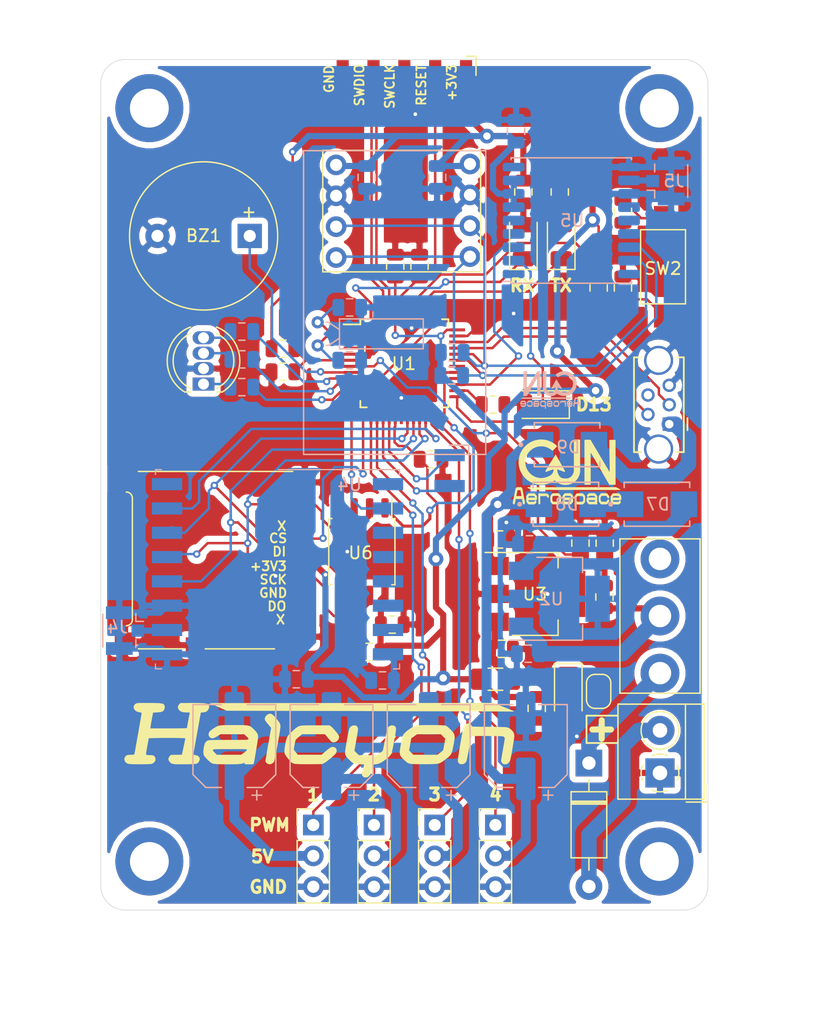
<source format=kicad_pcb>
(kicad_pcb (version 20171130) (host pcbnew "(5.1.6-0-10_14)")
  (title_block (title Halcyon) (date 2021-03-16) (company "GJN Aerospace"))
  (layers (0 F.Cu signal) (31 B.Cu signal) (34 B.Paste user) (35 F.Paste user) (36 B.SilkS user) (37 F.SilkS user) (38 B.Mask user) (39 F.Mask user) (44 Edge.Cuts user))
  (net 0 "")
  (net 1 /BZ)
  (net 2 GND)
  (net 3 +3V3)
  (net 4 "Net-(C2-Pad2)")
  (net 5 "Net-(C3-Pad1)")
  (net 6 +5VA)
  (net 7 "Net-(C7-Pad2)")
  (net 8 "Net-(C8-Pad1)")
  (net 9 +5V)
  (net 10 "Net-(C10-Pad1)")
  (net 11 "Net-(D1-Pad1)")
  (net 12 "Net-(D2-Pad1)")
  (net 13 "Net-(D2-Pad3)")
  (net 14 "Net-(D2-Pad4)")
  (net 15 /USB_D-)
  (net 16 /USB_D+)
  (net 17 "Net-(J2-Pad4)")
  (net 18 /SWCLK)
  (net 19 /SWDIO)
  (net 20 /RESET)
  (net 21 "Net-(J4-Pad1)")
  (net 22 "Net-(J6-Pad8)")
  (net 23 /MISO)
  (net 24 /SCK)
  (net 25 /MOSI)
  (net 26 /CS_SD)
  (net 27 "Net-(J6-Pad1)")
  (net 28 /SCL)
  (net 29 /SDA)
  (net 30 /Servo_3)
  (net 31 /R_LED)
  (net 32 /G_LED)
  (net 33 /B_LED)
  (net 34 "Net-(R7-Pad2)")
  (net 35 "Net-(U1-Pad3)")
  (net 36 "Net-(U1-Pad4)")
  (net 37 /DIO0)
  (net 38 /CS_RAD)
  (net 39 "Net-(U1-Pad28)")
  (net 40 "Net-(U1-Pad30)")
  (net 41 "Net-(U1-Pad38)")
  (net 42 "Net-(U1-Pad41)")
  (net 43 "Net-(U1-Pad47)")
  (net 44 "Net-(U4-Pad16)")
  (net 45 "Net-(U4-Pad7)")
  (net 46 "Net-(U4-Pad6)")
  (net 47 "Net-(U4-Pad5)")
  (net 48 "Net-(U4-Pad4)")
  (net 49 "Net-(U4-Pad3)")
  (net 50 "Net-(U4-Pad1)")
  (net 51 /TX_GPS)
  (net 52 /RX_GPS)
  (net 53 "Net-(U5-Pad4)")
  (net 54 "Net-(U5-Pad5)")
  (net 55 "Net-(U5-Pad13)")
  (net 56 "Net-(U5-Pad14)")
  (net 57 "Net-(U5-Pad15)")
  (net 58 "Net-(U5-Pad18)")
  (net 59 /CS_FLASH)
  (net 60 /Vbatt)
  (net 61 "Net-(D3-Pad2)")
  (net 62 /TX_LED)
  (net 63 "Net-(D4-Pad2)")
  (net 64 /RX_LED)
  (net 65 "Net-(D5-Pad2)")
  (net 66 "Net-(J5-Pad1)")
  (net 67 /Batt)
  (net 68 /D13)
  (net 69 "Net-(U5-Pad9)")
  (net 70 "Net-(D6-Pad1)")
  (net 71 "Net-(D6-Pad2)")
  (net 72 "Net-(SW1-Pad3)")
  (net 73 /Servo_4)
  (net 74 /Servo_1)
  (net 75 /Servo_2)
  (net 76 "Net-(J13-Pad1)")
  (net 77 "Net-(J13-Pad2)")
  (net 78 "Net-(R15-Pad2)")
  (net 79 "Net-(U6-Pad3)")
  (net 80 "Net-(D1-Pad2)")
  (net 81 "Net-(D7-Pad1)")
  (net 82 "Net-(D9-Pad2)")
  (module CustomLib:gjnb (layer F.Cu) (at 138.4 84.1)
    (fp_text reference G*** hide)
    (fp_text value LOGO hide)
  )
  (module CustomLib:Untitled (layer F.Cu) (at 118 106)
    (fp_text reference G*** hide)
    (fp_text value LOGO hide)
  )
  (module CustomLib:gjna2 (layer B.Cu) (at 137 77.2 180)
    (fp_text reference G*** hide)
    (fp_text value LOGO hide)
  )
  (module RF_Module:HOPERF_RFM69HW (layer B.Cu) (at 114.554 91.948 180)
    (fp_text reference U4 (at -5.946 6.948 180) (layer B.SilkS) (effects (justify mirror)))
    (fp_text value RFM69W)
    (pad 16 smd rect (at 9.1 7 180) (size 2.5 1) (layers B.Cu B.Paste B.Mask) (net 44 "Net-(U4-Pad16)"))
    (pad 15 smd rect (at 9.1 5 180) (size 2.5 1) (layers B.Cu B.Paste B.Mask) (net 38 /CS_RAD))
    (pad 14 smd rect (at 9.1 3 180) (size 2.5 1) (layers B.Cu B.Paste B.Mask) (net 25 /MOSI))
    (pad 13 smd rect (at 9.1 1 180) (size 2.5 1) (layers B.Cu B.Paste B.Mask) (net 23 /MISO))
    (pad 12 smd rect (at 9.1 -1 180) (size 2.5 1) (layers B.Cu B.Paste B.Mask) (net 24 /SCK))
    (pad 11 smd rect (at 9.1 -3 180) (size 2.5 1) (layers B.Cu B.Paste B.Mask) (net 2 GND))
    (pad 10 smd rect (at 9.1 -5 180) (size 2.5 1) (layers B.Cu B.Paste B.Mask) (net 21 "Net-(J4-Pad1)"))
    (pad 9 smd rect (at 9.1 -7 180) (size 2.5 1) (layers B.Cu B.Paste B.Mask) (net 2 GND))
    (pad 8 smd rect (at -9.1 -7 180) (size 2.5 1) (layers B.Cu B.Paste B.Mask) (net 3 +3V3))
    (pad 7 smd rect (at -9.1 -5 180) (size 2.5 1) (layers B.Cu B.Paste B.Mask) (net 45 "Net-(U4-Pad7)"))
    (pad 6 smd rect (at -9.1 -3 180) (size 2.5 1) (layers B.Cu B.Paste B.Mask) (net 46 "Net-(U4-Pad6)"))
    (pad 5 smd rect (at -9.1 -1 180) (size 2.5 1) (layers B.Cu B.Paste B.Mask) (net 47 "Net-(U4-Pad5)"))
    (pad 4 smd rect (at -9.1 1 180) (size 2.5 1) (layers B.Cu B.Paste B.Mask) (net 48 "Net-(U4-Pad4)"))
    (pad 3 smd rect (at -9.1 3 180) (size 2.5 1) (layers B.Cu B.Paste B.Mask) (net 49 "Net-(U4-Pad3)"))
    (pad 2 smd rect (at -9.1 5 180) (size 2.5 1) (layers B.Cu B.Paste B.Mask) (net 37 /DIO0))
    (pad 1 smd rect (at -9.1 7 180) (size 2.5 1) (layers B.Cu B.Paste B.Mask) (net 50 "Net-(U4-Pad1)"))
  )
  (module CustomLib:SMD_PinHeader_01x02_2.54mm (layer B.Cu) (at 123.2 85.1 180)
    (fp_text reference J13 hide)
    (fp_text value Conn_01x02 hide)
    (pad 2 smd rect (at -5.525 0 180) (size 2.5 1) (layers B.Cu B.Paste B.Mask) (net 77 "Net-(J13-Pad2)"))
    (pad 1 smd rect (at -5.525 2.54 180) (size 2.5 1) (layers B.Cu B.Paste B.Mask) (net 76 "Net-(J13-Pad1)"))
  )
  (module Resistor_SMD:R_0805_2012Metric (layer B.Cu) (at 128.9375 74.1)
    (fp_text reference R2 hide)
    (fp_text value 10k)
    (pad 1 smd roundrect (at -0.9375 0) (size 0.975 1.4) (layers B.Cu B.Paste B.Mask) (net 3 +3V3))
    (pad 2 smd roundrect (at 0.9375 0) (size 0.975 1.4) (layers B.Cu B.Paste B.Mask) (net 28 /SCL))
  )
  (module Buzzer_Beeper:Buzzer_12x9.5RM7.6 (layer F.Cu) (at 112.268 64.516 180)
    (fp_text reference BZ1 (at 3.8 0.016) (layer F.SilkS))
    (fp_text value Buzzer)
    (fp_text user + (at 0.068 2.016) (layer F.SilkS))
    (pad 1 thru_hole rect (at 0 0 180) (size 2 2) (drill 1) (layers *.Cu *.Mask) (net 1 /BZ))
    (pad 2 thru_hole circle (at 7.6 0 180) (size 2 2) (drill 1) (layers *.Cu *.Mask) (net 2 GND))
  )
  (module Capacitor_SMD:C_0805_2012Metric (layer F.Cu) (at 127.2 82.9)
    (fp_text reference C1 hide)
    (fp_text value 100nF)
    (pad 2 smd roundrect (at 0.9375 0) (size 0.975 1.4) (layers F.Cu F.Paste F.Mask) (net 2 GND))
    (pad 1 smd roundrect (at -0.9375 0) (size 0.975 1.4) (layers F.Cu F.Paste F.Mask) (net 3 +3V3))
  )
  (module Capacitor_SMD:C_0805_2012Metric (layer B.Cu) (at 120.5 70.4 180)
    (fp_text reference C2 hide)
    (fp_text value 12pF)
    (pad 1 smd roundrect (at -0.9375 0 180) (size 0.975 1.4) (layers B.Cu B.Paste B.Mask) (net 2 GND))
    (pad 2 smd roundrect (at 0.9375 0 180) (size 0.975 1.4) (layers B.Cu B.Paste B.Mask) (net 4 "Net-(C2-Pad2)"))
  )
  (module Capacitor_SMD:C_0805_2012Metric (layer B.Cu) (at 120.5 74.75)
    (fp_text reference C3 hide)
    (fp_text value 12pF)
    (pad 2 smd roundrect (at 0.9375 0) (size 0.975 1.4) (layers B.Cu B.Paste B.Mask) (net 2 GND))
    (pad 1 smd roundrect (at -0.9375 0) (size 0.975 1.4) (layers B.Cu B.Paste B.Mask) (net 5 "Net-(C3-Pad1)"))
  )
  (module Capacitor_SMD:C_0805_2012Metric (layer F.Cu) (at 124.25 67 90)
    (fp_text reference C4 hide)
    (fp_text value 100nF)
    (pad 1 smd roundrect (at -0.9375 0 90) (size 0.975 1.4) (layers F.Cu F.Paste F.Mask) (net 3 +3V3))
    (pad 2 smd roundrect (at 0.9375 0 90) (size 0.975 1.4) (layers F.Cu F.Paste F.Mask) (net 2 GND))
  )
  (module Capacitor_SMD:C_0805_2012Metric (layer B.Cu) (at 135.2 98.9 180)
    (fp_text reference C5 hide)
    (fp_text value 220nF)
    (pad 2 smd roundrect (at 0.9375 0 180) (size 0.975 1.4) (layers B.Cu B.Paste B.Mask) (net 2 GND))
    (pad 1 smd roundrect (at -0.9375 0 180) (size 0.975 1.4) (layers B.Cu B.Paste B.Mask) (net 60 /Vbatt))
  )
  (module Capacitor_SMD:C_0805_2012Metric (layer B.Cu) (at 135.3 89.9 180)
    (fp_text reference C6 hide)
    (fp_text value 100nF)
    (pad 1 smd roundrect (at -0.9375 0 180) (size 0.975 1.4) (layers B.Cu B.Paste B.Mask) (net 6 +5VA))
    (pad 2 smd roundrect (at 0.9375 0 180) (size 0.975 1.4) (layers B.Cu B.Paste B.Mask) (net 2 GND))
  )
  (module Capacitor_SMD:C_0805_2012Metric (layer F.Cu) (at 126.25 67 270)
    (fp_text reference C7 hide)
    (fp_text value 1uF)
    (pad 1 smd roundrect (at -0.9375 0 270) (size 0.975 1.4) (layers F.Cu F.Paste F.Mask) (net 2 GND))
    (pad 2 smd roundrect (at 0.9375 0 270) (size 0.975 1.4) (layers F.Cu F.Paste F.Mask) (net 7 "Net-(C7-Pad2)"))
  )
  (module Capacitor_SMD:C_0805_2012Metric (layer F.Cu) (at 115 75.7 180)
    (fp_text reference C8 hide)
    (fp_text value 100nF)
    (pad 2 smd roundrect (at 0.9375 0 180) (size 0.975 1.4) (layers F.Cu F.Paste F.Mask) (net 2 GND))
    (pad 1 smd roundrect (at -0.9375 0 180) (size 0.975 1.4) (layers F.Cu F.Paste F.Mask) (net 8 "Net-(C8-Pad1)"))
  )
  (module Capacitor_SMD:C_0805_2012Metric (layer F.Cu) (at 132.842 89.5)
    (fp_text reference C9 hide)
    (fp_text value 1uF)
    (pad 2 smd roundrect (at 0.9375 0) (size 0.975 1.4) (layers F.Cu F.Paste F.Mask) (net 2 GND))
    (pad 1 smd roundrect (at -0.9375 0) (size 0.975 1.4) (layers F.Cu F.Paste F.Mask) (net 9 +5V))
  )
  (module Capacitor_SMD:C_0805_2012Metric (layer B.Cu) (at 123.2 101.1 180)
    (fp_text reference C11 hide)
    (fp_text value 100nF)
    (pad 2 smd roundrect (at 0.9375 0 180) (size 0.975 1.4) (layers B.Cu B.Paste B.Mask) (net 2 GND))
    (pad 1 smd roundrect (at -0.9375 0 180) (size 0.975 1.4) (layers B.Cu B.Paste B.Mask) (net 3 +3V3))
  )
  (module Capacitor_SMD:C_0805_2012Metric (layer B.Cu) (at 116.1 101 180)
    (fp_text reference C12 hide)
    (fp_text value 100nF)
    (pad 2 smd roundrect (at 0.9375 0 180) (size 0.975 1.4) (layers B.Cu B.Paste B.Mask) (net 2 GND))
    (pad 1 smd roundrect (at -0.9375 0 180) (size 0.975 1.4) (layers B.Cu B.Paste B.Mask) (net 3 +3V3))
  )
  (module Capacitor_SMD:C_0805_2012Metric (layer B.Cu) (at 134.2 55.9 90)
    (fp_text reference C13 hide)
    (fp_text value 100nF)
    (pad 1 smd roundrect (at -0.9375 0 90) (size 0.975 1.4) (layers B.Cu B.Paste B.Mask) (net 3 +3V3))
    (pad 2 smd roundrect (at 0.9375 0 90) (size 0.975 1.4) (layers B.Cu B.Paste B.Mask) (net 2 GND))
  )
  (module Capacitor_SMD:C_0805_2012Metric (layer B.Cu) (at 121.9 59.7 270)
    (fp_text reference C14 hide)
    (fp_text value 100nF)
    (pad 1 smd roundrect (at -0.9375 0 270) (size 0.975 1.4) (layers B.Cu B.Paste B.Mask) (net 3 +3V3))
    (pad 2 smd roundrect (at 0.9375 0 270) (size 0.975 1.4) (layers B.Cu B.Paste B.Mask) (net 2 GND))
  )
  (module Capacitor_SMD:C_0805_2012Metric (layer B.Cu) (at 127.7 59.7 270)
    (fp_text reference C16 hide)
    (fp_text value 100nF)
    (pad 1 smd roundrect (at -0.9375 0 270) (size 0.975 1.4) (layers B.Cu B.Paste B.Mask) (net 3 +3V3))
    (pad 2 smd roundrect (at 0.9375 0 270) (size 0.975 1.4) (layers B.Cu B.Paste B.Mask) (net 2 GND))
  )
  (module Capacitor_SMD:C_0805_2012Metric (layer F.Cu) (at 124 96.5)
    (fp_text reference C19 hide)
    (fp_text value 100nF)
    (pad 1 smd roundrect (at -0.9375 0) (size 0.975 1.4) (layers F.Cu F.Paste F.Mask) (net 3 +3V3))
    (pad 2 smd roundrect (at 0.9375 0) (size 0.975 1.4) (layers F.Cu F.Paste F.Mask) (net 2 GND))
  )
  (module LED_THT:LED_D5.0mm-4_RGB (layer F.Cu) (at 108.458 76.708 90)
    (fp_text reference D2 hide)
    (fp_text value LED_RCGB)
    (pad 1 thru_hole rect (at 0 0 90) (size 1.07 1.8) (drill 0.9) (layers *.Cu *.Mask) (net 12 "Net-(D2-Pad1)"))
    (pad 2 thru_hole oval (at 1.27 0 90) (size 1.07 1.8) (drill 0.9) (layers *.Cu *.Mask) (net 2 GND))
    (pad 3 thru_hole oval (at 2.54 0 90) (size 1.07 1.8) (drill 0.9) (layers *.Cu *.Mask) (net 13 "Net-(D2-Pad3)"))
    (pad 4 thru_hole oval (at 3.81 0 90) (size 1.07 1.8) (drill 0.9) (layers *.Cu *.Mask) (net 14 "Net-(D2-Pad4)"))
  )
  (module Fuse:Fuse_1206_3216Metric (layer F.Cu) (at 132.5 101)
    (fp_text reference F1 hide)
    (fp_text value 500mA)
    (pad 1 smd roundrect (at -1.4 0) (size 1.25 1.75) (layers F.Cu F.Paste F.Mask) (roundrect_rratio 0.2) (net 3 +3V3))
    (pad 2 smd roundrect (at 1.4 0) (size 1.25 1.75) (layers F.Cu F.Paste F.Mask) (roundrect_rratio 0.2) (net 10 "Net-(C10-Pad1)"))
  )
  (module TerminalBlock_4Ucon:TerminalBlock_4Ucon_1x02_P3.50mm_Horizontal (layer F.Cu) (at 146.05 108.712 90)
    (fp_text reference J1 hide)
    (fp_text value "Screw_Terminal_01x02, Batt 9V")
    (pad 1 thru_hole rect (at 0 0 90) (size 2.4 2.4) (drill 1.2) (layers *.Cu *.Mask) (net 2 GND))
    (pad 2 thru_hole circle (at 3.5 0 90) (size 2.4 2.4) (drill 1.2) (layers *.Cu *.Mask) (net 11 "Net-(D1-Pad1)"))
  )
  (module Connector_USB:USB_Mini-B_Tensility_54-00023_Vertical_CircularHoles (layer F.Cu) (at 146.812 80.01 90)
    (fp_text reference J2 hide)
    (fp_text value USB_B_Mini)
    (pad 1 thru_hole rect (at 0 0 90) (size 1.1 1.1) (drill 0.7) (layers *.Cu *.Mask) (net 82 "Net-(D9-Pad2)"))
    (pad 2 thru_hole circle (at 0.8 -1.75 90) (size 1.1 1.1) (drill 0.7) (layers *.Cu *.Mask) (net 15 /USB_D-))
    (pad 3 thru_hole circle (at 1.6 0 90) (size 1.1 1.1) (drill 0.7) (layers *.Cu *.Mask) (net 16 /USB_D+))
    (pad 4 thru_hole circle (at 2.4 -1.75 90) (size 1.1 1.1) (drill 0.7) (layers *.Cu *.Mask) (net 17 "Net-(J2-Pad4)"))
    (pad 5 thru_hole circle (at 3.2 0 90) (size 1.1 1.1) (drill 0.7) (layers *.Cu *.Mask) (net 2 GND))
    (pad 6 thru_hole circle (at -2.05 -0.875 90) (size 2.4 2.4) (drill 2) (layers *.Cu *.Mask) (net 2 GND))
    (pad 6 thru_hole circle (at 5.25 -0.875 90) (size 2.4 2.4) (drill 2) (layers *.Cu *.Mask) (net 2 GND))
  )
  (module Connector_Coaxial:U.FL_Hirose_U.FL-R-SMT-1_Vertical (layer B.Cu) (at 102 97 180)
    (fp_text reference J4 (at 0.608 0.282 180) (layer B.SilkS) (effects (justify mirror)))
    (fp_text value Conn_Coaxial)
    (pad 2 smd rect (at 0.475 1.475 180) (size 2.2 1.05) (layers B.Cu B.Paste B.Mask) (net 2 GND))
    (pad 1 smd rect (at -1.05 0 180) (size 1.05 1) (layers B.Cu B.Paste B.Mask) (net 21 "Net-(J4-Pad1)"))
    (pad 2 smd rect (at 0.475 -1.475 180) (size 2.2 1.05) (layers B.Cu B.Paste B.Mask) (net 2 GND))
  )
  (module Connector_Coaxial:U.FL_Hirose_U.FL-R-SMT-1_Vertical (layer B.Cu) (at 146.5 60)
    (fp_text reference J5 (at 0.7 0) (layer B.SilkS) (effects (justify mirror)))
    (fp_text value Conn_Coaxial)
    (pad 2 smd rect (at 0.475 -1.475) (size 2.2 1.05) (layers B.Cu B.Paste B.Mask) (net 2 GND))
    (pad 1 smd rect (at -1.05 0) (size 1.05 1) (layers B.Cu B.Paste B.Mask) (net 66 "Net-(J5-Pad1)"))
    (pad 2 smd rect (at 0.475 1.475) (size 2.2 1.05) (layers B.Cu B.Paste B.Mask) (net 2 GND))
  )
  (module Connector_PinHeader_2.54mm:PinHeader_1x03_P2.54mm_Vertical (layer F.Cu) (at 117.5 113)
    (fp_text reference J7 hide)
    (fp_text value S1)
    (pad 1 thru_hole rect (at 0 0) (size 1.7 1.7) (drill 1) (layers *.Cu *.Mask) (net 74 /Servo_1))
    (pad 2 thru_hole oval (at 0 2.54) (size 1.7 1.7) (drill 1) (layers *.Cu *.Mask) (net 9 +5V))
    (pad 3 thru_hole oval (at 0 5.08) (size 1.7 1.7) (drill 1) (layers *.Cu *.Mask) (net 2 GND))
  )
  (module CustomLib:BME280 (layer F.Cu) (at 119.38 58.674)
    (fp_text reference J8 hide)
    (fp_text value BME280)
    (pad 1 thru_hole circle (at 0 0) (size 1.7 1.7) (drill 1) (layers *.Cu *.Mask) (net 3 +3V3))
    (pad 2 thru_hole circle (at 0 2.54) (size 1.7 1.7) (drill 1) (layers *.Cu *.Mask) (net 2 GND))
    (pad 3 thru_hole circle (at 0 5.08) (size 1.7 1.7) (drill 1) (layers *.Cu *.Mask) (net 28 /SCL))
    (pad 4 thru_hole circle (at 0 7.62) (size 1.7 1.7) (drill 1) (layers *.Cu *.Mask) (net 29 /SDA))
  )
  (module Connector_PinHeader_2.54mm:PinHeader_1x03_P2.54mm_Vertical (layer F.Cu) (at 122.5 113)
    (fp_text reference J9 hide)
    (fp_text value S2)
    (pad 3 thru_hole oval (at 0 5.08) (size 1.7 1.7) (drill 1) (layers *.Cu *.Mask) (net 2 GND))
    (pad 2 thru_hole oval (at 0 2.54) (size 1.7 1.7) (drill 1) (layers *.Cu *.Mask) (net 9 +5V))
    (pad 1 thru_hole rect (at 0 0) (size 1.7 1.7) (drill 1) (layers *.Cu *.Mask) (net 75 /Servo_2))
  )
  (module Connector_PinHeader_2.54mm:PinHeader_1x03_P2.54mm_Vertical (layer F.Cu) (at 127.5 113)
    (fp_text reference J10 hide)
    (fp_text value S3)
    (pad 1 thru_hole rect (at 0 0) (size 1.7 1.7) (drill 1) (layers *.Cu *.Mask) (net 30 /Servo_3))
    (pad 2 thru_hole oval (at 0 2.54) (size 1.7 1.7) (drill 1) (layers *.Cu *.Mask) (net 9 +5V))
    (pad 3 thru_hole oval (at 0 5.08) (size 1.7 1.7) (drill 1) (layers *.Cu *.Mask) (net 2 GND))
  )
  (module Inductor_SMD:L_0805_2012Metric (layer F.Cu) (at 115 73.8)
    (fp_text reference L1 hide)
    (fp_text value 10uH)
    (pad 1 smd roundrect (at -0.9375 0) (size 0.975 1.4) (layers F.Cu F.Paste F.Mask) (net 3 +3V3))
    (pad 2 smd roundrect (at 0.9375 0) (size 0.975 1.4) (layers F.Cu F.Paste F.Mask) (net 8 "Net-(C8-Pad1)"))
  )
  (module Resistor_SMD:R_0805_2012Metric (layer B.Cu) (at 128.9 76)
    (fp_text reference R1 hide)
    (fp_text value 10k)
    (pad 2 smd roundrect (at 0.9375 0) (size 0.975 1.4) (layers B.Cu B.Paste B.Mask) (net 29 /SDA))
    (pad 1 smd roundrect (at -0.9375 0) (size 0.975 1.4) (layers B.Cu B.Paste B.Mask) (net 3 +3V3))
  )
  (module Resistor_SMD:R_0805_2012Metric (layer F.Cu) (at 141 68.8 270)
    (fp_text reference R3 hide)
    (fp_text value 10k)
    (pad 2 smd roundrect (at 0.9375 0 270) (size 0.975 1.4) (layers F.Cu F.Paste F.Mask) (net 20 /RESET))
    (pad 1 smd roundrect (at -0.9375 0 270) (size 0.975 1.4) (layers F.Cu F.Paste F.Mask) (net 3 +3V3))
  )
  (module Resistor_SMD:R_0805_2012Metric (layer B.Cu) (at 111.6165 76.962 180)
    (fp_text reference R4 hide)
    (fp_text value 220)
    (pad 1 smd roundrect (at -0.9375 0 180) (size 0.975 1.4) (layers B.Cu B.Paste B.Mask) (net 31 /R_LED))
    (pad 2 smd roundrect (at 0.9375 0 180) (size 0.975 1.4) (layers B.Cu B.Paste B.Mask) (net 12 "Net-(D2-Pad1)"))
  )
  (module Resistor_SMD:R_0805_2012Metric (layer B.Cu) (at 111.6165 74.676 180)
    (fp_text reference R5 hide)
    (fp_text value 220)
    (pad 2 smd roundrect (at 0.9375 0 180) (size 0.975 1.4) (layers B.Cu B.Paste B.Mask) (net 13 "Net-(D2-Pad3)"))
    (pad 1 smd roundrect (at -0.9375 0 180) (size 0.975 1.4) (layers B.Cu B.Paste B.Mask) (net 32 /G_LED))
  )
  (module Resistor_SMD:R_0805_2012Metric (layer B.Cu) (at 111.6165 72.39 180)
    (fp_text reference R6 hide)
    (fp_text value 220)
    (pad 1 smd roundrect (at -0.9375 0 180) (size 0.975 1.4) (layers B.Cu B.Paste B.Mask) (net 33 /B_LED))
    (pad 2 smd roundrect (at 0.9375 0 180) (size 0.975 1.4) (layers B.Cu B.Paste B.Mask) (net 14 "Net-(D2-Pad4)"))
  )
  (module Resistor_SMD:R_0805_2012Metric (layer F.Cu) (at 143.002 62.5 90)
    (fp_text reference R7 hide)
    (fp_text value 100k)
    (pad 1 smd roundrect (at -0.9375 0 90) (size 0.975 1.4) (layers F.Cu F.Paste F.Mask) (net 2 GND))
    (pad 2 smd roundrect (at 0.9375 0 90) (size 0.975 1.4) (layers F.Cu F.Paste F.Mask) (net 34 "Net-(R7-Pad2)"))
  )
  (module CustomLib:Push_Switch_TS1107GS-5 (layer F.Cu) (at 146.304 67.056 90)
    (fp_text reference SW2 (at -0.144 0 180) (layer F.SilkS))
    (fp_text value SW_Push)
    (pad 1 smd rect (at -4 0 90) (size 2 1.5) (layers F.Cu F.Paste F.Mask) (net 20 /RESET))
    (pad 2 smd rect (at 4 0 90) (size 2 1.5) (layers F.Cu F.Paste F.Mask) (net 34 "Net-(R7-Pad2)"))
  )
  (module Package_QFP:TQFP-48_7x7mm_P0.5mm (layer F.Cu) (at 125 75)
    (fp_text reference U1 (at -0.044 0.032) (layer F.SilkS))
    (fp_text value ATSAMD21G18A-AFT)
    (pad 1 smd rect (at -4.35 -2.75) (size 1.3 0.25) (layers F.Cu F.Paste F.Mask) (net 4 "Net-(C2-Pad2)"))
    (pad 2 smd rect (at -4.35 -2.25) (size 1.3 0.25) (layers F.Cu F.Paste F.Mask) (net 5 "Net-(C3-Pad1)"))
    (pad 3 smd rect (at -4.35 -1.75) (size 1.3 0.25) (layers F.Cu F.Paste F.Mask) (net 35 "Net-(U1-Pad3)"))
    (pad 4 smd rect (at -4.35 -1.25) (size 1.3 0.25) (layers F.Cu F.Paste F.Mask) (net 36 "Net-(U1-Pad4)"))
    (pad 5 smd rect (at -4.35 -0.75) (size 1.3 0.25) (layers F.Cu F.Paste F.Mask) (net 2 GND))
    (pad 6 smd rect (at -4.35 -0.25) (size 1.3 0.25) (layers F.Cu F.Paste F.Mask) (net 8 "Net-(C8-Pad1)"))
    (pad 7 smd rect (at -4.35 0.25) (size 1.3 0.25) (layers F.Cu F.Paste F.Mask) (net 67 /Batt))
    (pad 8 smd rect (at -4.35 0.75) (size 1.3 0.25) (layers F.Cu F.Paste F.Mask) (net 1 /BZ))
    (pad 9 smd rect (at -4.35 1.25) (size 1.3 0.25) (layers F.Cu F.Paste F.Mask) (net 33 /B_LED))
    (pad 10 smd rect (at -4.35 1.75) (size 1.3 0.25) (layers F.Cu F.Paste F.Mask) (net 32 /G_LED))
    (pad 11 smd rect (at -4.35 2.25) (size 1.3 0.25) (layers F.Cu F.Paste F.Mask) (net 31 /R_LED))
    (pad 12 smd rect (at -4.35 2.75) (size 1.3 0.25) (layers F.Cu F.Paste F.Mask) (net 37 /DIO0))
    (pad 13 smd rect (at -2.75 4.35 90) (size 1.3 0.25) (layers F.Cu F.Paste F.Mask) (net 74 /Servo_1))
    (pad 14 smd rect (at -2.25 4.35 90) (size 1.3 0.25) (layers F.Cu F.Paste F.Mask) (net 75 /Servo_2))
    (pad 15 smd rect (at -1.75 4.35 90) (size 1.3 0.25) (layers F.Cu F.Paste F.Mask) (net 77 "Net-(J13-Pad2)"))
    (pad 16 smd rect (at -1.25 4.35 90) (size 1.3 0.25) (layers F.Cu F.Paste F.Mask) (net 76 "Net-(J13-Pad1)"))
    (pad 17 smd rect (at -0.75 4.35 90) (size 1.3 0.25) (layers F.Cu F.Paste F.Mask) (net 3 +3V3))
    (pad 18 smd rect (at -0.25 4.35 90) (size 1.3 0.25) (layers F.Cu F.Paste F.Mask) (net 2 GND))
    (pad 19 smd rect (at 0.25 4.35 90) (size 1.3 0.25) (layers F.Cu F.Paste F.Mask) (net 25 /MOSI))
    (pad 20 smd rect (at 0.75 4.35 90) (size 1.3 0.25) (layers F.Cu F.Paste F.Mask) (net 24 /SCK))
    (pad 21 smd rect (at 1.25 4.35 90) (size 1.3 0.25) (layers F.Cu F.Paste F.Mask) (net 23 /MISO))
    (pad 22 smd rect (at 1.75 4.35 90) (size 1.3 0.25) (layers F.Cu F.Paste F.Mask) (net 38 /CS_RAD))
    (pad 23 smd rect (at 2.25 4.35 90) (size 1.3 0.25) (layers F.Cu F.Paste F.Mask) (net 30 /Servo_3))
    (pad 24 smd rect (at 2.75 4.35 90) (size 1.3 0.25) (layers F.Cu F.Paste F.Mask) (net 73 /Servo_4))
    (pad 25 smd rect (at 4.35 2.75) (size 1.3 0.25) (layers F.Cu F.Paste F.Mask) (net 51 /TX_GPS))
    (pad 26 smd rect (at 4.35 2.25) (size 1.3 0.25) (layers F.Cu F.Paste F.Mask) (net 68 /D13))
    (pad 27 smd rect (at 4.35 1.75) (size 1.3 0.25) (layers F.Cu F.Paste F.Mask) (net 52 /RX_GPS))
    (pad 28 smd rect (at 4.35 1.25) (size 1.3 0.25) (layers F.Cu F.Paste F.Mask) (net 39 "Net-(U1-Pad28)"))
    (pad 29 smd rect (at 4.35 0.75) (size 1.3 0.25) (layers F.Cu F.Paste F.Mask) (net 59 /CS_FLASH))
    (pad 30 smd rect (at 4.35 0.25) (size 1.3 0.25) (layers F.Cu F.Paste F.Mask) (net 40 "Net-(U1-Pad30)"))
    (pad 31 smd rect (at 4.35 -0.25) (size 1.3 0.25) (layers F.Cu F.Paste F.Mask) (net 29 /SDA))
    (pad 32 smd rect (at 4.35 -0.75) (size 1.3 0.25) (layers F.Cu F.Paste F.Mask) (net 28 /SCL))
    (pad 33 smd rect (at 4.35 -1.25) (size 1.3 0.25) (layers F.Cu F.Paste F.Mask) (net 15 /USB_D-))
    (pad 34 smd rect (at 4.35 -1.75) (size 1.3 0.25) (layers F.Cu F.Paste F.Mask) (net 16 /USB_D+))
    (pad 35 smd rect (at 4.35 -2.25) (size 1.3 0.25) (layers F.Cu F.Paste F.Mask) (net 2 GND))
    (pad 36 smd rect (at 4.35 -2.75) (size 1.3 0.25) (layers F.Cu F.Paste F.Mask) (net 3 +3V3))
    (pad 37 smd rect (at 2.75 -4.35 90) (size 1.3 0.25) (layers F.Cu F.Paste F.Mask) (net 26 /CS_SD))
    (pad 38 smd rect (at 2.25 -4.35 90) (size 1.3 0.25) (layers F.Cu F.Paste F.Mask) (net 41 "Net-(U1-Pad38)"))
    (pad 39 smd rect (at 1.75 -4.35 90) (size 1.3 0.25) (layers F.Cu F.Paste F.Mask) (net 62 /TX_LED))
    (pad 40 smd rect (at 1.25 -4.35 90) (size 1.3 0.25) (layers F.Cu F.Paste F.Mask) (net 20 /RESET))
    (pad 41 smd rect (at 0.75 -4.35 90) (size 1.3 0.25) (layers F.Cu F.Paste F.Mask) (net 42 "Net-(U1-Pad41)"))
    (pad 42 smd rect (at 0.25 -4.35 90) (size 1.3 0.25) (layers F.Cu F.Paste F.Mask) (net 2 GND))
    (pad 43 smd rect (at -0.25 -4.35 90) (size 1.3 0.25) (layers F.Cu F.Paste F.Mask) (net 7 "Net-(C7-Pad2)"))
    (pad 44 smd rect (at -0.75 -4.35 90) (size 1.3 0.25) (layers F.Cu F.Paste F.Mask) (net 3 +3V3))
    (pad 45 smd rect (at -1.25 -4.35 90) (size 1.3 0.25) (layers F.Cu F.Paste F.Mask) (net 18 /SWCLK))
    (pad 46 smd rect (at -1.75 -4.35 90) (size 1.3 0.25) (layers F.Cu F.Paste F.Mask) (net 19 /SWDIO))
    (pad 47 smd rect (at -2.25 -4.35 90) (size 1.3 0.25) (layers F.Cu F.Paste F.Mask) (net 43 "Net-(U1-Pad47)"))
    (pad 48 smd rect (at -2.75 -4.35 90) (size 1.3 0.25) (layers F.Cu F.Paste F.Mask) (net 64 /RX_LED))
  )
  (module Package_TO_SOT_SMD:SOT-223-3_TabPin2 (layer B.Cu) (at 137.768 94.38)
    (fp_text reference U2 (at -0.668 0.02) (layer B.SilkS) (effects (justify mirror)))
    (fp_text value LM340_SOT223/LM7805_5V)
    (pad 1 smd rect (at -3.15 2.3) (size 2 1.5) (layers B.Cu B.Paste B.Mask) (net 60 /Vbatt))
    (pad 3 smd rect (at -3.15 -2.3) (size 2 1.5) (layers B.Cu B.Paste B.Mask) (net 6 +5VA))
    (pad 2 smd rect (at -3.15 0) (size 2 1.5) (layers B.Cu B.Paste B.Mask) (net 2 GND))
    (pad 2 smd rect (at 3.15 0) (size 2 3.8) (layers B.Cu B.Paste B.Mask) (net 2 GND))
  )
  (module Package_TO_SOT_SMD:SOT-223-3_TabPin2 (layer F.Cu) (at 135.75 93.98)
    (fp_text reference U3 (at 0 0.02) (layer F.SilkS))
    (fp_text value MCP1826S_3.3V)
    (pad 2 smd rect (at 3.15 0) (size 2 3.8) (layers F.Cu F.Paste F.Mask) (net 2 GND))
    (pad 2 smd rect (at -3.15 0) (size 2 1.5) (layers F.Cu F.Paste F.Mask) (net 2 GND))
    (pad 3 smd rect (at -3.15 2.3) (size 2 1.5) (layers F.Cu F.Paste F.Mask) (net 10 "Net-(C10-Pad1)"))
    (pad 1 smd rect (at -3.15 -2.3) (size 2 1.5) (layers F.Cu F.Paste F.Mask) (net 9 +5V))
  )
  (module RF_GPS:ublox_MAX (layer B.Cu) (at 138.75 63.25)
    (fp_text reference U5 (at 0.07 0.008) (layer B.SilkS) (effects (justify mirror)))
    (fp_text value MAX-8Q)
    (pad 1 smd roundrect (at -4.75 4.4) (size 1.8 0.7) (layers B.Cu B.Paste B.Mask) (net 2 GND))
    (pad 2 smd roundrect (at -4.75 3.3) (size 1.8 0.8) (layers B.Cu B.Paste B.Mask) (net 51 /TX_GPS))
    (pad 3 smd roundrect (at -4.75 2.2) (size 1.8 0.8) (layers B.Cu B.Paste B.Mask) (net 52 /RX_GPS))
    (pad 4 smd roundrect (at -4.75 1.1) (size 1.8 0.8) (layers B.Cu B.Paste B.Mask) (net 53 "Net-(U5-Pad4)"))
    (pad 5 smd roundrect (at -4.75 0) (size 1.8 0.8) (layers B.Cu B.Paste B.Mask) (net 54 "Net-(U5-Pad5)"))
    (pad 6 smd roundrect (at -4.75 -1.1) (size 1.8 0.8) (layers B.Cu B.Paste B.Mask) (net 3 +3V3))
    (pad 7 smd roundrect (at -4.75 -2.2) (size 1.8 0.8) (layers B.Cu B.Paste B.Mask) (net 3 +3V3))
    (pad 8 smd roundrect (at -4.75 -3.3) (size 1.8 0.8) (layers B.Cu B.Paste B.Mask) (net 3 +3V3))
    (pad 9 smd roundrect (at -4.75 -4.4) (size 1.8 0.7) (layers B.Cu B.Paste B.Mask) (net 69 "Net-(U5-Pad9)"))
    (pad 10 smd roundrect (at 4.75 -4.4) (size 1.8 0.7) (layers B.Cu B.Paste B.Mask) (net 2 GND))
    (pad 11 smd roundrect (at 4.75 -3.3) (size 1.8 0.8) (layers B.Cu B.Paste B.Mask) (net 66 "Net-(J5-Pad1)"))
    (pad 12 smd roundrect (at 4.75 -2.2) (size 1.8 0.8) (layers B.Cu B.Paste B.Mask) (net 2 GND))
    (pad 13 smd roundrect (at 4.75 -1.1) (size 1.8 0.8) (layers B.Cu B.Paste B.Mask) (net 55 "Net-(U5-Pad13)"))
    (pad 14 smd roundrect (at 4.75 0) (size 1.8 0.8) (layers B.Cu B.Paste B.Mask) (net 56 "Net-(U5-Pad14)"))
    (pad 15 smd roundrect (at 4.75 1.1) (size 1.8 0.8) (layers B.Cu B.Paste B.Mask) (net 57 "Net-(U5-Pad15)"))
    (pad 16 smd roundrect (at 4.75 2.2) (size 1.8 0.8) (layers B.Cu B.Paste B.Mask) (net 29 /SDA))
    (pad 17 smd roundrect (at 4.75 3.3) (size 1.8 0.8) (layers B.Cu B.Paste B.Mask) (net 28 /SCL))
    (pad 18 smd roundrect (at 4.75 4.4) (size 1.8 0.7) (layers B.Cu B.Paste B.Mask) (net 58 "Net-(U5-Pad18)"))
  )
  (module Package_SO:SOIC-8_5.23x5.23mm_P1.27mm (layer F.Cu) (at 121.5 90.5 270)
    (fp_text reference U6 (at 0.1 0.1 180) (layer F.SilkS))
    (fp_text value W25Q32JVSS)
    (pad 1 smd roundrect (at -3.6 -1.905 270) (size 1.6 0.6) (layers F.Cu F.Paste F.Mask) (net 59 /CS_FLASH))
    (pad 2 smd roundrect (at -3.6 -0.635 270) (size 1.6 0.6) (layers F.Cu F.Paste F.Mask) (net 23 /MISO))
    (pad 3 smd roundrect (at -3.6 0.635 270) (size 1.6 0.6) (layers F.Cu F.Paste F.Mask) (net 79 "Net-(U6-Pad3)"))
    (pad 4 smd roundrect (at -3.6 1.905 270) (size 1.6 0.6) (layers F.Cu F.Paste F.Mask) (net 2 GND))
    (pad 5 smd roundrect (at 3.6 1.905 270) (size 1.6 0.6) (layers F.Cu F.Paste F.Mask) (net 25 /MOSI))
    (pad 6 smd roundrect (at 3.6 0.635 270) (size 1.6 0.6) (layers F.Cu F.Paste F.Mask) (net 24 /SCK))
    (pad 7 smd roundrect (at 3.6 -0.635 270) (size 1.6 0.6) (layers F.Cu F.Paste F.Mask) (net 78 "Net-(R15-Pad2)"))
    (pad 8 smd roundrect (at 3.6 -1.905 270) (size 1.6 0.6) (layers F.Cu F.Paste F.Mask) (net 3 +3V3))
  )
  (module Crystal:Crystal_C26-LF_D2.1mm_L6.5mm_Horizontal (layer B.Cu) (at 117.856 71.628 270)
    (fp_text reference Y1 hide)
    (fp_text value 32.768kHz)
    (pad 1 thru_hole circle (at 0 0 270) (size 1 1) (drill 0.5) (layers *.Cu *.Mask) (net 4 "Net-(C2-Pad2)"))
    (pad 2 thru_hole circle (at 1.9 0 270) (size 1 1) (drill 0.5) (layers *.Cu *.Mask) (net 5 "Net-(C3-Pad1)"))
  )
  (module MountingHole:MountingHole_3.2mm_M3_DIN965_Pad (layer F.Cu) (at 104 54)
    (fp_text reference H1 hide)
    (fp_text value MountingHole)
    (pad 1 thru_hole circle (at 0 0) (size 5.6 5.6) (drill 3.2) (layers *.Cu *.Mask))
  )
  (module MountingHole:MountingHole_3.2mm_M3_DIN965_Pad (layer F.Cu) (at 146 54)
    (fp_text reference H2 hide)
    (fp_text value MountingHole)
    (pad 1 thru_hole circle (at 0 0) (size 5.6 5.6) (drill 3.2) (layers *.Cu *.Mask))
  )
  (module MountingHole:MountingHole_3.2mm_M3_DIN965_Pad (layer F.Cu) (at 104 116)
    (fp_text reference H3 hide)
    (fp_text value MountingHole)
    (pad 1 thru_hole circle (at 0 0) (size 5.6 5.6) (drill 3.2) (layers *.Cu *.Mask))
  )
  (module MountingHole:MountingHole_3.2mm_M3_DIN965_Pad (layer F.Cu) (at 146 116)
    (fp_text reference H4 hide)
    (fp_text value MountingHole)
    (pad 1 thru_hole circle (at 0 0) (size 5.6 5.6) (drill 3.2) (layers *.Cu *.Mask))
  )
  (module Switch:Sw1 (layer F.Cu) (at 146.05 95.8 90)
    (fp_text reference SW1 hide)
    (fp_text value SW_DPDT_x2)
    (pad 1 thru_hole circle (at 0 0 90) (size 3.2 3.2) (drill 1.85) (layers *.Cu *.Mask) (net 60 /Vbatt))
    (pad 2 thru_hole circle (at -4.7 0 90) (size 3.2 3.2) (drill 1.85) (layers *.Cu *.Mask) (net 80 "Net-(D1-Pad2)"))
    (pad 3 thru_hole circle (at 4.7 0 90) (size 3.2 3.2) (drill 1.85) (layers *.Cu *.Mask) (net 72 "Net-(SW1-Pad3)"))
  )
  (module LED_SMD:LED_1206_3216Metric (layer F.Cu) (at 136.3 78.4 180)
    (fp_text reference D3 hide)
    (fp_text value LED)
    (pad 2 smd roundrect (at 1.4 0 180) (size 1.25 1.75) (layers F.Cu F.Paste F.Mask) (roundrect_rratio 0.2) (net 61 "Net-(D3-Pad2)"))
    (pad 1 smd roundrect (at -1.4 0 180) (size 1.25 1.75) (layers F.Cu F.Paste F.Mask) (roundrect_rratio 0.2) (net 2 GND))
  )
  (module LED_SMD:LED_1206_3216Metric (layer F.Cu) (at 137.916 64.992 90)
    (fp_text reference D4 hide)
    (fp_text value LED)
    (pad 1 smd roundrect (at -1.4 0 90) (size 1.25 1.75) (layers F.Cu F.Paste F.Mask) (roundrect_rratio 0.2) (net 62 /TX_LED))
    (pad 2 smd roundrect (at 1.4 0 90) (size 1.25 1.75) (layers F.Cu F.Paste F.Mask) (roundrect_rratio 0.2) (net 63 "Net-(D4-Pad2)"))
  )
  (module Resistor_SMD:R_0805_2012Metric (layer F.Cu) (at 141.478 94.234 270)
    (fp_text reference R8 hide)
    (fp_text value 33k)
    (pad 2 smd roundrect (at 0.9375 0 270) (size 0.975 1.4) (layers F.Cu F.Paste F.Mask) (net 60 /Vbatt))
    (pad 1 smd roundrect (at -0.9375 0 270) (size 0.975 1.4) (layers F.Cu F.Paste F.Mask) (net 67 /Batt))
  )
  (module Resistor_SMD:R_0805_2012Metric (layer F.Cu) (at 141.5 89.8 90)
    (fp_text reference R9 hide)
    (fp_text value 68k)
    (pad 1 smd roundrect (at -0.9375 0 90) (size 0.975 1.4) (layers F.Cu F.Paste F.Mask) (net 67 /Batt))
    (pad 2 smd roundrect (at 0.9375 0 90) (size 0.975 1.4) (layers F.Cu F.Paste F.Mask) (net 2 GND))
  )
  (module Resistor_SMD:R_0805_2012Metric (layer F.Cu) (at 132.3 78.4)
    (fp_text reference R10 hide)
    (fp_text value R)
    (pad 1 smd roundrect (at -0.9375 0) (size 0.975 1.4) (layers F.Cu F.Paste F.Mask) (net 68 /D13))
    (pad 2 smd roundrect (at 0.9375 0) (size 0.975 1.4) (layers F.Cu F.Paste F.Mask) (net 61 "Net-(D3-Pad2)"))
  )
  (module Resistor_SMD:R_0805_2012Metric (layer F.Cu) (at 137.8 60.9 270)
    (fp_text reference R11 hide)
    (fp_text value R)
    (pad 2 smd roundrect (at 0.9375 0 270) (size 0.975 1.4) (layers F.Cu F.Paste F.Mask) (net 63 "Net-(D4-Pad2)"))
    (pad 1 smd roundrect (at -0.9375 0 270) (size 0.975 1.4) (layers F.Cu F.Paste F.Mask) (net 3 +3V3))
  )
  (module Resistor_SMD:R_0805_2012Metric (layer F.Cu) (at 134.8 60.9 270)
    (fp_text reference R12 hide)
    (fp_text value R)
    (pad 1 smd roundrect (at -0.9375 0 270) (size 0.975 1.4) (layers F.Cu F.Paste F.Mask) (net 3 +3V3))
    (pad 2 smd roundrect (at 0.9375 0 270) (size 0.975 1.4) (layers F.Cu F.Paste F.Mask) (net 65 "Net-(D5-Pad2)"))
  )
  (module LED_SMD:LED_1206_3216Metric (layer F.Cu) (at 138.5 102 270)
    (fp_text reference D6 hide)
    (fp_text value LED)
    (pad 1 smd roundrect (at -1.4 0 270) (size 1.25 1.75) (layers F.Cu F.Paste F.Mask) (roundrect_rratio 0.2) (net 70 "Net-(D6-Pad1)"))
    (pad 2 smd roundrect (at 1.4 0 270) (size 1.25 1.75) (layers F.Cu F.Paste F.Mask) (roundrect_rratio 0.2) (net 71 "Net-(D6-Pad2)"))
  )
  (module Jumper:SolderJumper-2_P1.3mm_Bridged_RoundedPad1.0x1.5mm (layer F.Cu) (at 141 102 270)
    (fp_text reference JP1 hide)
    (fp_text value SolderJumper_2_Bridged)
    (fp_poly (pts (xy 0.25 -0.3) (xy -0.25 -0.3) (xy -0.25 0.3) (xy 0.25 0.3)) (layer F.Cu) (width 0))
    (pad 2 smd custom (at 0.65 0 270) (size 1 0.5) (layers F.Cu F.Mask) (net 2 GND) (options (clearance outline) (anchor rect)) (primitives (gr_circle (center 0 0.25) (end 0.5 0.25) (width 0)) (gr_circle (center 0 -0.25) (end 0.5 -0.25) (width 0)) (gr_poly (pts (xy 0 -0.75) (xy -0.5 -0.75) (xy -0.5 0.75) (xy 0 0.75)) (width 0))))
    (pad 1 smd custom (at -0.65 0 270) (size 1 0.5) (layers F.Cu F.Mask) (net 70 "Net-(D6-Pad1)") (options (clearance outline) (anchor rect)) (primitives (gr_circle (center 0 0.25) (end 0.5 0.25) (width 0)) (gr_circle (center 0 -0.25) (end 0.5 -0.25) (width 0)) (gr_poly (pts (xy 0 -0.75) (xy 0.5 -0.75) (xy 0.5 0.75) (xy 0 0.75)) (width 0))))
  )
  (module Resistor_SMD:R_0805_2012Metric (layer F.Cu) (at 135.9 103.4 270)
    (fp_text reference R13 hide)
    (fp_text value R)
    (pad 1 smd roundrect (at -0.9375 0 270) (size 0.975 1.4) (layers F.Cu F.Paste F.Mask) (net 3 +3V3))
    (pad 2 smd roundrect (at 0.9375 0 270) (size 0.975 1.4) (layers F.Cu F.Paste F.Mask) (net 71 "Net-(D6-Pad2)"))
  )
  (module Capacitor_SMD:C_0805_2012Metric (layer F.Cu) (at 133 98.5)
    (fp_text reference C10 hide)
    (fp_text value 10uF)
    (pad 1 smd roundrect (at -0.9375 0) (size 0.975 1.4) (layers F.Cu F.Paste F.Mask) (net 10 "Net-(C10-Pad1)"))
    (pad 2 smd roundrect (at 0.9375 0) (size 0.975 1.4) (layers F.Cu F.Paste F.Mask) (net 2 GND))
  )
  (module CustomLib:DIOM5436X244N (layer B.Cu) (at 145.8 86.6)
    (fp_text reference D7 (at 0.078 0) (layer B.SilkS) (effects (justify mirror)))
    (fp_text value D_Schottky)
    (pad 2 smd rect (at 2.215 0) (size 2.18 2.12) (layers B.Cu B.Paste B.Mask) (net 6 +5VA))
    (pad 1 smd rect (at -2.215 0) (size 2.18 2.12) (layers B.Cu B.Paste B.Mask) (net 81 "Net-(D7-Pad1)"))
  )
  (module CustomLib:DIOM5436X244N (layer B.Cu) (at 138.3 86.6)
    (fp_text reference D8 (at 0.078 0) (layer B.SilkS) (effects (justify mirror)))
    (fp_text value D_Schottky)
    (pad 1 smd rect (at -2.215 0) (size 2.18 2.12) (layers B.Cu B.Paste B.Mask) (net 9 +5V))
    (pad 2 smd rect (at 2.215 0) (size 2.18 2.12) (layers B.Cu B.Paste B.Mask) (net 81 "Net-(D7-Pad1)"))
  )
  (module Connector_PinHeader_2.54mm:PinHeader_1x03_P2.54mm_Vertical (layer F.Cu) (at 132.5 113)
    (fp_text reference J12 hide)
    (fp_text value S4)
    (pad 1 thru_hole rect (at 0 0) (size 1.7 1.7) (drill 1) (layers *.Cu *.Mask) (net 73 /Servo_4))
    (pad 2 thru_hole oval (at 0 2.54) (size 1.7 1.7) (drill 1) (layers *.Cu *.Mask) (net 9 +5V))
    (pad 3 thru_hole oval (at 0 5.08) (size 1.7 1.7) (drill 1) (layers *.Cu *.Mask) (net 2 GND))
  )
  (module Capacitor_SMD:CP_Elec_6.3x7.7 (layer B.Cu) (at 111 106.5 90)
    (fp_text reference C15 hide)
    (fp_text value 100uF)
    (pad 1 smd roundrect (at -2.7 0 90) (size 3.5 1.6) (layers B.Cu B.Paste B.Mask) (roundrect_rratio 0.15625) (net 9 +5V))
    (pad 2 smd roundrect (at 2.7 0 90) (size 3.5 1.6) (layers B.Cu B.Paste B.Mask) (roundrect_rratio 0.15625) (net 2 GND))
  )
  (module Capacitor_SMD:CP_Elec_6.3x7.7 (layer B.Cu) (at 119 106.5 90)
    (fp_text reference C17 hide)
    (fp_text value 100uF)
    (pad 2 smd roundrect (at 2.7 0 90) (size 3.5 1.6) (layers B.Cu B.Paste B.Mask) (roundrect_rratio 0.15625) (net 2 GND))
    (pad 1 smd roundrect (at -2.7 0 90) (size 3.5 1.6) (layers B.Cu B.Paste B.Mask) (roundrect_rratio 0.15625) (net 9 +5V))
  )
  (module Capacitor_SMD:CP_Elec_6.3x7.7 (layer B.Cu) (at 127 106.5 90)
    (fp_text reference C18 hide)
    (fp_text value 100uF)
    (pad 1 smd roundrect (at -2.7 0 90) (size 3.5 1.6) (layers B.Cu B.Paste B.Mask) (roundrect_rratio 0.15625) (net 9 +5V))
    (pad 2 smd roundrect (at 2.7 0 90) (size 3.5 1.6) (layers B.Cu B.Paste B.Mask) (roundrect_rratio 0.15625) (net 2 GND))
  )
  (module Capacitor_SMD:CP_Elec_6.3x7.7 (layer B.Cu) (at 135 106.5 90)
    (fp_text reference C20 hide)
    (fp_text value 100uF)
    (pad 2 smd roundrect (at 2.7 0 90) (size 3.5 1.6) (layers B.Cu B.Paste B.Mask) (roundrect_rratio 0.15625) (net 2 GND))
    (pad 1 smd roundrect (at -2.7 0 90) (size 3.5 1.6) (layers B.Cu B.Paste B.Mask) (roundrect_rratio 0.15625) (net 9 +5V))
  )
  (module LED_SMD:LED_1206_3216Metric (layer F.Cu) (at 134.8 65 90)
    (fp_text reference D5 hide)
    (fp_text value LED)
    (pad 1 smd roundrect (at -1.4 0 90) (size 1.25 1.75) (layers F.Cu F.Paste F.Mask) (roundrect_rratio 0.2) (net 64 /RX_LED))
    (pad 2 smd roundrect (at 1.4 0 90) (size 1.25 1.75) (layers F.Cu F.Paste F.Mask) (roundrect_rratio 0.2) (net 65 "Net-(D5-Pad2)"))
  )
  (module Resistor_SMD:R_0805_2012Metric (layer F.Cu) (at 122.1 98.75 180)
    (fp_text reference R15 hide)
    (fp_text value 470)
    (pad 1 smd roundrect (at -0.9375 0 180) (size 0.975 1.4) (layers F.Cu F.Paste F.Mask) (net 3 +3V3))
    (pad 2 smd roundrect (at 0.9375 0 180) (size 0.975 1.4) (layers F.Cu F.Paste F.Mask) (net 78 "Net-(R15-Pad2)"))
  )
  (module CustomLib:ProgPins_01x05_2.54mm (layer F.Cu) (at 125 56.825 270)
    (fp_text reference J3 hide)
    (fp_text value Conn_01x05)
    (pad 5 smd rect (at -5.525 5.08 270) (size 2.5 1) (layers F.Cu F.Paste F.Mask) (net 2 GND))
    (pad 4 smd rect (at -5.525 2.54 270) (size 2.5 1) (layers F.Cu F.Paste F.Mask) (net 19 /SWDIO))
    (pad 3 smd rect (at -5.525 0 270) (size 2.5 1) (layers F.Cu F.Paste F.Mask) (net 18 /SWCLK))
    (pad 2 smd rect (at -5.525 -2.54 270) (size 2.5 1) (layers F.Cu F.Paste F.Mask) (net 20 /RESET))
    (pad 1 smd rect (at -5.525 -5.08 270) (size 2.5 1) (layers F.Cu F.Paste F.Mask) (net 3 +3V3))
  )
  (module Capacitor_SMD:C_0805_2012Metric (layer F.Cu) (at 143 68.8 90)
    (fp_text reference C21 hide)
    (fp_text value 10nF)
    (pad 1 smd roundrect (at -0.9375 0 90) (size 0.975 1.4) (layers F.Cu F.Paste F.Mask) (net 20 /RESET))
    (pad 2 smd roundrect (at 0.9375 0 90) (size 0.975 1.4) (layers F.Cu F.Paste F.Mask) (net 2 GND))
  )
  (module CustomLib:microSD_HC_Molex_502774-0891 (layer F.Cu) (at 108.5 91 90)
    (fp_text reference J6 hide)
    (fp_text value Micro_SD_Card)
    (pad 8 smd rect (at -5.03 8.2 90) (size 0.8 1.6) (layers F.Cu F.Paste F.Mask) (net 22 "Net-(J6-Pad8)"))
    (pad 9 smd rect (at -6.5 8.3 90) (size 1.29 1.5) (layers F.Cu F.Paste F.Mask) (net 2 GND))
    (pad 9 smd rect (at -7.1 6.6 90) (size 1.29 1.3) (layers F.Cu F.Paste F.Mask) (net 2 GND))
    (pad 9 smd rect (at -7.2 -0.8 90) (size 1.29 1.4) (layers F.Cu F.Paste F.Mask) (net 2 GND))
    (pad 9 smd rect (at -6.9 -6.5 90) (size 1.5 1.7) (layers F.Cu F.Paste F.Mask) (net 2 GND))
    (pad 7 smd rect (at -3.93 8.2 90) (size 0.8 1.6) (layers F.Cu F.Paste F.Mask) (net 23 /MISO))
    (pad 6 smd rect (at -2.83 8.2 90) (size 0.8 1.6) (layers F.Cu F.Paste F.Mask) (net 2 GND))
    (pad 5 smd rect (at -1.73 8.2 90) (size 0.8 1.6) (layers F.Cu F.Paste F.Mask) (net 24 /SCK))
    (pad 4 smd rect (at -0.63 8.2 90) (size 0.8 1.6) (layers F.Cu F.Paste F.Mask) (net 3 +3V3))
    (pad 3 smd rect (at 0.47 8.2 90) (size 0.8 1.6) (layers F.Cu F.Paste F.Mask) (net 25 /MOSI))
    (pad 2 smd rect (at 1.57 8.2 90) (size 0.8 1.6) (layers F.Cu F.Paste F.Mask) (net 26 /CS_SD))
    (pad 1 smd rect (at 2.67 8.2 90) (size 0.8 1.6) (layers F.Cu F.Paste F.Mask) (net 27 "Net-(J6-Pad1)"))
    (pad 9 smd rect (at 6.5 -6.5 90) (size 1.5 1.7) (layers F.Cu F.Paste F.Mask) (net 2 GND))
    (pad 9 smd rect (at 6.2 8.3 90) (size 1.7 1.5) (layers F.Cu F.Paste F.Mask) (net 2 GND))
  )
  (module Switch:MPU-9250-4pin (layer B.Cu) (at 130.4 58.6 180)
    (fp_text reference J11 hide)
    (fp_text value MPU-6050/MPU-9250)
    (pad 1 thru_hole circle (at 0 0 180) (size 1.7 1.7) (drill 1) (layers *.Cu *.Mask) (net 3 +3V3))
    (pad 2 thru_hole circle (at 0 -2.54 180) (size 1.7 1.7) (drill 1) (layers *.Cu *.Mask) (net 2 GND))
    (pad 3 thru_hole circle (at 0 -5.08 180) (size 1.7 1.7) (drill 1) (layers *.Cu *.Mask) (net 28 /SCL))
    (pad 4 thru_hole circle (at 0 -7.62 180) (size 1.7 1.7) (drill 1) (layers *.Cu *.Mask) (net 29 /SDA))
  )
  (module Capacitor_SMD:C_0805_2012Metric (layer F.Cu) (at 139.5 89.8 90)
    (fp_text reference C22 hide)
    (fp_text value 100n)
    (pad 1 smd roundrect (at -0.9375 0 90) (size 0.975 1.4) (layers F.Cu F.Paste F.Mask) (net 67 /Batt))
    (pad 2 smd roundrect (at 0.9375 0 90) (size 0.975 1.4) (layers F.Cu F.Paste F.Mask) (net 2 GND))
  )
  (module CustomLib:DIOM5436X244N (layer B.Cu) (at 138.4 81.7)
    (fp_text reference D9 (at 0.1 0.2 180) (layer B.SilkS) (effects (justify mirror)))
    (fp_text value D_Schottky)
    (pad 1 smd rect (at -2.215 0) (size 2.18 2.12) (layers B.Cu B.Paste B.Mask) (net 9 +5V))
    (pad 2 smd rect (at 2.215 0) (size 2.18 2.12) (layers B.Cu B.Paste B.Mask) (net 82 "Net-(D9-Pad2)"))
  )
  (module Diode_THT:D_DO-41_SOD81_P10.16mm_Horizontal (layer F.Cu) (at 140.2 107.9 270)
    (fp_text reference D1 hide)
    (fp_text value DIODE)
    (pad 1 thru_hole rect (at 0 0 270) (size 2.2 2.2) (drill 1.1) (layers *.Cu *.Mask) (net 80 "Net-(D1-Pad2)"))
    (pad 2 thru_hole oval (at 10.16 0 270) (size 2.2 2.2) (drill 1.1) (layers *.Cu *.Mask) (net 11 "Net-(D1-Pad1)"))
  )
  (gr_text 4 (at 132.5 110.5) (layer F.SilkS) (effects (font (size 1 1) (thickness 0.25))))
  (gr_text 3 (at 127.5 110.5) (layer F.SilkS) (effects (font (size 1 1) (thickness 0.25))))
  (gr_text 2 (at 122.5 110.5) (layer F.SilkS) (effects (font (size 1 1) (thickness 0.25))))
  (gr_text 1 (at 117.5 110.5) (layer F.SilkS) (effects (font (size 1 1) (thickness 0.25))))
  (gr_text X (at 114.9 88.4) (layer F.SilkS) (effects (font (size 0.75 0.75))))
  (gr_text CS (at 114.6 89.4) (layer F.SilkS) (effects (font (size 0.75 0.75))))
  (gr_text DI (at 114.7 90.5) (layer F.SilkS) (effects (font (size 0.75 0.75))))
  (gr_text X (at 114.8 96.1) (layer F.SilkS) (effects (font (size 0.75 0.75))))
  (gr_text DO (at 114.5 95) (layer F.SilkS) (effects (font (size 0.75 0.75))))
  (gr_text GND (at 114.2 93.9) (layer F.SilkS) (effects (font (size 0.75 0.75))))
  (gr_text SCK (at 114.2 92.8) (layer F.SilkS) (effects (font (size 0.75 0.75))))
  (gr_text +3V3 (at 113.8 91.7) (layer F.SilkS) (effects (font (size 0.75 0.75))))
  (gr_text GND (at 118.8 51.6 90) (layer F.SilkS) (effects (font (size 0.75 0.75))))
  (gr_text SWDIO (at 121.3 52.1 90) (layer F.SilkS) (effects (font (size 0.75 0.75))))
  (gr_text SWCLK (at 123.8 52.2 90) (layer F.SilkS) (effects (font (size 0.75 0.75))))
  (gr_text RESET (at 126.4 52.1 90) (layer F.SilkS) (effects (font (size 0.75 0.75))))
  (gr_text +3V3 (at 128.9 51.9 90) (layer F.SilkS) (effects (font (size 0.75 0.75))))
  (gr_text GND (at 113.8 118.1) (layer F.SilkS) (effects (font (size 1 1) (thickness 0.25))))
  (gr_text 5V (at 113.3 115.6) (layer F.SilkS) (effects (font (size 1 1) (thickness 0.25))))
  (gr_text PWM (at 113.9 113) (layer F.SilkS) (effects (font (size 1 1) (thickness 0.25))))
  (gr_text D13 (at 140.6 78.4) (layer F.SilkS) (effects (font (size 1 1) (thickness 0.25))))
  (gr_text TX (at 137.9 68.6) (layer F.SilkS) (effects (font (size 1 1) (thickness 0.25))))
  (gr_text RX (at 134.7 68.6) (layer F.SilkS) (effects (font (size 1 1) (thickness 0.25))))
  (gr_line (start 140 106.25) (end 142.5 106.25) (layer F.SilkS) (width 0.15))
  (gr_line (start 140 104) (end 140 106.25) (layer F.SilkS) (width 0.15))
  (gr_line (start 142.5 104) (end 140 104) (layer F.SilkS) (width 0.15))
  (gr_text + (at 141.25 105) (layer F.SilkS) (effects (font (size 2 2) (thickness 0.5))))
  (gr_line (start 148 120) (end 102 120) (layer Edge.Cuts) (width 0.05))
  (gr_line (start 150 52) (end 150 118) (layer Edge.Cuts) (width 0.05))
  (gr_line (start 102 50) (end 148 50) (layer Edge.Cuts) (width 0.05))
  (gr_line (start 100 118) (end 100 52) (layer Edge.Cuts) (width 0.05))
  (gr_arc (start 148 118) (end 148 120) (angle -90) (layer Edge.Cuts) (width 0.05))
  (gr_arc (start 102 118) (end 100 118) (angle -90) (layer Edge.Cuts) (width 0.05))
  (gr_arc (start 148 52) (end 150 52) (angle -90) (layer Edge.Cuts) (width 0.05))
  (gr_arc (start 102 52) (end 102 50) (angle -90) (layer Edge.Cuts) (width 0.05))
  (segment (start 120.65 75.75) (end 118.15 75.75) (width 0.2032) (layer F.Cu) (net 1))
  (segment (start 118.15 75.75) (end 118.1 75.7) (width 0.2032) (layer F.Cu) (net 1))
  (via (at 118.1 75.7) (size 0.6096) (drill 0.3048) (layers F.Cu B.Cu) (net 1))
  (segment (start 118.1 75.7) (end 116.9 75.7) (width 0.2032) (layer B.Cu) (net 1))
  (segment (start 116.9 75.7) (end 114.1 72.9) (width 0.2032) (layer B.Cu) (net 1))
  (segment (start 114.1 72.9) (end 114.1 69) (width 0.2032) (layer B.Cu) (net 1))
  (segment (start 112.268 67.168) (end 112.268 64.516) (width 0.2032) (layer B.Cu) (net 1))
  (segment (start 114.1 69) (end 112.268 67.168) (width 0.2032) (layer B.Cu) (net 1))
  (via (at 136.8 94) (size 0.6096) (drill 0.3048) (layers F.Cu B.Cu) (net 2))
  (segment (start 124.75 79.35) (end 124.75 77.85) (width 0.2032) (layer F.Cu) (net 2))
  (segment (start 124.75 77.85) (end 124.75 77.85) (width 0.2032) (layer F.Cu) (net 2))
  (via (at 124.75 77.85) (size 0.6096) (drill 0.3048) (layers F.Cu B.Cu) (net 2))
  (segment (start 104.877 95.525) (end 105.454 94.948) (width 0.508) (layer B.Cu) (net 2))
  (segment (start 101.725 95.525) (end 104.877 95.525) (width 0.508) (layer B.Cu) (net 2))
  (segment (start 104.981 98.475) (end 105.454 98.948) (width 0.508) (layer B.Cu) (net 2))
  (segment (start 101.725 98.475) (end 104.981 98.475) (width 0.508) (layer B.Cu) (net 2))
  (segment (start 146.65 58.85) (end 146.975 58.525) (width 0.508) (layer B.Cu) (net 2))
  (segment (start 143.5 58.85) (end 146.65 58.85) (width 0.508) (layer B.Cu) (net 2))
  (segment (start 146.55 61.05) (end 146.975 61.475) (width 0.508) (layer B.Cu) (net 2))
  (segment (start 143.5 61.05) (end 146.55 61.05) (width 0.508) (layer B.Cu) (net 2))
  (via (at 125.9 54.5) (size 0.6096) (drill 0.3048) (layers F.Cu B.Cu) (net 2))
  (segment (start 125.25 70.65) (end 125.25 71.55) (width 0.2032) (layer F.Cu) (net 2))
  (segment (start 125.25 71.55) (end 125.6 71.9) (width 0.2032) (layer F.Cu) (net 2))
  (segment (start 130.2032 72.75) (end 130.5532 72.4) (width 0.2032) (layer F.Cu) (net 2))
  (segment (start 129.35 72.75) (end 130.2032 72.75) (width 0.2032) (layer F.Cu) (net 2))
  (segment (start 125.6 71.9) (end 125.6 71.9) (width 0.2032) (layer F.Cu) (net 2))
  (via (at 125.6 72.1) (size 0.6096) (drill 0.3048) (layers F.Cu B.Cu) (net 2))
  (via (at 134 70.9) (size 0.6096) (drill 0.3048) (layers F.Cu B.Cu) (net 2))
  (via (at 120.3 90.5) (size 0.6096) (drill 0.3048) (layers F.Cu B.Cu) (net 2))
  (via (at 114.4 92.5) (size 0.6096) (drill 0.3048) (layers F.Cu B.Cu) (net 2))
  (segment (start 115.73 93.83) (end 116.7 93.83) (width 0.2032) (layer F.Cu) (net 2))
  (segment (start 114.4 92.5) (end 115.73 93.83) (width 0.2032) (layer F.Cu) (net 2))
  (segment (start 122.46163 74.25) (end 123.01163 73.7) (width 0.2032) (layer F.Cu) (net 2))
  (segment (start 120.65 74.25) (end 122.46163 74.25) (width 0.2032) (layer F.Cu) (net 2))
  (segment (start 123.01163 73.7) (end 124.5 73.7) (width 0.2032) (layer F.Cu) (net 2))
  (segment (start 125.6 72.6) (end 125.6 71.9) (width 0.2032) (layer F.Cu) (net 2))
  (segment (start 124.5 73.7) (end 125.6 72.6) (width 0.2032) (layer F.Cu) (net 2))
  (segment (start 122.2625 101.1) (end 121.0625 99.9) (width 0.508) (layer B.Cu) (net 2))
  (segment (start 141 102.65) (end 141 103.9) (width 0.2032) (layer F.Cu) (net 2))
  (via (at 139.2 105.7) (size 0.6096) (drill 0.3048) (layers F.Cu B.Cu) (net 2))
  (segment (start 139.2 105.7) (end 141 103.9) (width 0.2032) (layer F.Cu) (net 2))
  (segment (start 133.4 88.2) (end 133.4 88.2) (width 0.2032) (layer B.Cu) (net 2))
  (via (at 133.4 88.1) (size 0.6096) (drill 0.3048) (layers F.Cu B.Cu) (net 2))
  (segment (start 124.193599 80.259601) (end 124.193599 81.491073) (width 0.2032) (layer F.Cu) (net 3))
  (segment (start 124.25 80.2032) (end 124.193599 80.259601) (width 0.2032) (layer F.Cu) (net 3))
  (segment (start 124.25 79.35) (end 124.25 80.2032) (width 0.2032) (layer F.Cu) (net 3))
  (segment (start 125.168901 81.806401) (end 126.2625 82.9) (width 0.2032) (layer F.Cu) (net 3))
  (segment (start 124.508927 81.806401) (end 125.168901 81.806401) (width 0.2032) (layer F.Cu) (net 3))
  (segment (start 124.193599 81.491073) (end 124.508927 81.806401) (width 0.2032) (layer F.Cu) (net 3))
  (segment (start 132.5625 102.4625) (end 135.9 102.4625) (width 0.508) (layer F.Cu) (net 3))
  (segment (start 131.1 101) (end 132.5625 102.4625) (width 0.508) (layer F.Cu) (net 3))
  (segment (start 131.1 101) (end 131.1 100.7) (width 0.508) (layer F.Cu) (net 3))
  (segment (start 124.25 67.9375) (end 124.25 70.65) (width 0.2032) (layer F.Cu) (net 3))
  (segment (start 118.5 92.4) (end 118.5 92.4) (width 0.2032) (layer F.Cu) (net 3))
  (segment (start 118.5 92.4) (end 118.5 92.4) (width 0.2032) (layer F.Cu) (net 3))
  (via (at 118.5 92.4) (size 0.6096) (drill 0.3048) (layers F.Cu B.Cu) (net 3))
  (segment (start 137.7 59.8625) (end 137.8 59.9625) (width 0.2032) (layer F.Cu) (net 3))
  (segment (start 130.08 58.28) (end 130.4 58.6) (width 0.2032) (layer F.Cu) (net 3))
  (segment (start 123.0375 98.75) (end 123.546301 98.241199) (width 0.508) (layer F.Cu) (net 3))
  (segment (start 123.546301 98.241199) (end 124.241199 98.241199) (width 0.508) (layer F.Cu) (net 3))
  (segment (start 124.241199 98.241199) (end 123.741199 98.241199) (width 0.2032) (layer F.Cu) (net 3))
  (segment (start 127.9625 74.1375) (end 128 74.1) (width 0.508) (layer B.Cu) (net 3))
  (segment (start 127.9625 76) (end 127.9625 74.1375) (width 0.508) (layer B.Cu) (net 3))
  (segment (start 128 74.1) (end 128 73) (width 0.2032) (layer B.Cu) (net 3))
  (segment (start 128 73) (end 128 73) (width 0.2032) (layer B.Cu) (net 3))
  (via (at 128 72.75) (size 0.6096) (drill 0.3048) (layers F.Cu B.Cu) (net 3))
  (segment (start 128.5 72.25) (end 129.35 72.25) (width 0.2032) (layer F.Cu) (net 3))
  (segment (start 128 72.75) (end 128.5 72.25) (width 0.2032) (layer F.Cu) (net 3))
  (via (at 124.25 72.7) (size 0.6096) (drill 0.3048) (layers F.Cu B.Cu) (net 3))
  (segment (start 124.25 72.5) (end 124.25 70.65) (width 0.2032) (layer F.Cu) (net 3))
  (segment (start 133.25 80.25) (end 133.25 79) (width 0.508) (layer B.Cu) (net 3))
  (segment (start 133.25 79) (end 135 77.25) (width 0.508) (layer B.Cu) (net 3))
  (segment (start 135 77.25) (end 140.75 77.25) (width 0.508) (layer B.Cu) (net 3))
  (segment (start 140.75 77.25) (end 140.75 77.25) (width 0.508) (layer B.Cu) (net 3))
  (segment (start 140.75 77.25) (end 140.75 77.25) (width 0.508) (layer F.Cu) (net 3))
  (segment (start 138 65.75) (end 140.5 63.25) (width 0.508) (layer B.Cu) (net 3))
  (segment (start 140.5 63.25) (end 140.5 63.25) (width 0.508) (layer B.Cu) (net 3))
  (segment (start 141 63.75) (end 140.5 63.25) (width 0.2032) (layer F.Cu) (net 3))
  (segment (start 141 67.8625) (end 141 63.75) (width 0.2032) (layer F.Cu) (net 3))
  (segment (start 140.5 63.25) (end 140.5 63.2) (width 0.508) (layer F.Cu) (net 3))
  (segment (start 135 59.9625) (end 134.9 59.8625) (width 0.508) (layer F.Cu) (net 3))
  (segment (start 119.454 58.6) (end 119.38 58.674) (width 0.508) (layer B.Cu) (net 3))
  (segment (start 115.8 62.254) (end 115.8 68.6) (width 0.2032) (layer F.Cu) (net 3))
  (segment (start 114.0625 70.3375) (end 114.0625 73.8) (width 0.2032) (layer F.Cu) (net 3))
  (segment (start 115.8 68.6) (end 114.0625 70.3375) (width 0.2032) (layer F.Cu) (net 3))
  (segment (start 133.25 81.126974) (end 133.25 81.35) (width 0.508) (layer B.Cu) (net 3))
  (segment (start 128.123026 76) (end 133.25 81.126974) (width 0.508) (layer B.Cu) (net 3))
  (segment (start 127.9625 76) (end 128.123026 76) (width 0.508) (layer B.Cu) (net 3))
  (segment (start 133.25 81.35) (end 133.25 80.25) (width 0.508) (layer B.Cu) (net 3))
  (segment (start 140.5 60.75) (end 140.5 58.8) (width 0.508) (layer F.Cu) (net 3))
  (segment (start 140.5 58.8) (end 138 56.3) (width 0.508) (layer F.Cu) (net 3))
  (segment (start 131.8 56.3) (end 131.8 56.3) (width 0.508) (layer F.Cu) (net 3))
  (via (at 131.8 56.3) (size 1.2192) (drill 0.6096) (layers F.Cu B.Cu) (net 3))
  (segment (start 115.8 57.6) (end 115.8 57.6) (width 0.508) (layer B.Cu) (net 3))
  (via (at 115.8 57.6) (size 0.6096) (drill 0.3048) (layers F.Cu B.Cu) (net 3))
  (segment (start 115.8 62.254) (end 115.8 57.6) (width 0.2032) (layer F.Cu) (net 3))
  (segment (start 119.854 58.2) (end 119.38 58.674) (width 0.2032) (layer B.Cu) (net 3))
  (segment (start 130 58.2) (end 130.4 58.6) (width 0.2032) (layer B.Cu) (net 3))
  (segment (start 124.2375 101) (end 124.1375 101.1) (width 0.508) (layer B.Cu) (net 3))
  (segment (start 124.1375 99.4315) (end 123.654 98.948) (width 0.508) (layer B.Cu) (net 3))
  (segment (start 124.1375 101.1) (end 124.1375 99.4315) (width 0.508) (layer B.Cu) (net 3))
  (segment (start 124.1375 101.1) (end 124.1375 102.0625) (width 0.508) (layer B.Cu) (net 3))
  (segment (start 124.1375 102.0625) (end 123.7 102.5) (width 0.508) (layer B.Cu) (net 3))
  (segment (start 123.7 102.5) (end 121.6 102.5) (width 0.508) (layer B.Cu) (net 3))
  (segment (start 121.6 102.5) (end 119.9 100.8) (width 0.508) (layer B.Cu) (net 3))
  (segment (start 117.2375 100.8) (end 117.0375 101) (width 0.508) (layer B.Cu) (net 3))
  (segment (start 119.9 100.8) (end 117.2375 100.8) (width 0.508) (layer B.Cu) (net 3))
  (segment (start 117.0375 101) (end 117.0375 99.7625) (width 0.508) (layer B.Cu) (net 3))
  (segment (start 118.5 98.3) (end 118.5 92.4) (width 0.508) (layer B.Cu) (net 3))
  (segment (start 117.0375 99.7625) (end 118.5 98.3) (width 0.508) (layer B.Cu) (net 3))
  (segment (start 117.73 91.63) (end 116.7 91.63) (width 0.508) (layer F.Cu) (net 3))
  (segment (start 118.5 92.4) (end 117.73 91.63) (width 0.508) (layer F.Cu) (net 3))
  (segment (start 123.0375 96.525) (end 123.0625 96.5) (width 0.508) (layer F.Cu) (net 3))
  (segment (start 123.0375 98.75) (end 123.0375 96.525) (width 0.508) (layer F.Cu) (net 3))
  (segment (start 123.0625 94.4425) (end 123.405 94.1) (width 0.508) (layer F.Cu) (net 3))
  (segment (start 123.0625 96.5) (end 123.0625 94.4425) (width 0.508) (layer F.Cu) (net 3))
  (segment (start 130.08 54.58) (end 131.8 56.3) (width 0.508) (layer F.Cu) (net 3))
  (segment (start 130.08 51.3) (end 130.08 54.58) (width 0.508) (layer F.Cu) (net 3))
  (segment (start 133.6625 56.3) (end 134.2 56.8375) (width 0.508) (layer B.Cu) (net 3))
  (segment (start 131.8 56.3) (end 133.6625 56.3) (width 0.508) (layer B.Cu) (net 3))
  (segment (start 134.2 56.8375) (end 132.3 58.7375) (width 0.508) (layer B.Cu) (net 3))
  (segment (start 132.3 58.7375) (end 132.3 60.6) (width 0.508) (layer B.Cu) (net 3))
  (segment (start 132.75 61.05) (end 134 61.05) (width 0.508) (layer B.Cu) (net 3))
  (segment (start 132.3 60.6) (end 132.75 61.05) (width 0.508) (layer B.Cu) (net 3))
  (segment (start 134 61.05) (end 134 59.95) (width 0.508) (layer B.Cu) (net 3))
  (segment (start 134 61.05) (end 134 62.15) (width 0.508) (layer B.Cu) (net 3))
  (segment (start 134.8 57.1) (end 135.6 56.3) (width 0.508) (layer F.Cu) (net 3))
  (segment (start 134.8 59.9625) (end 134.8 57.1) (width 0.508) (layer F.Cu) (net 3))
  (segment (start 135.6 56.3) (end 131.8 56.3) (width 0.508) (layer F.Cu) (net 3))
  (segment (start 137.8 59.9625) (end 137.8 57.2) (width 0.508) (layer F.Cu) (net 3))
  (segment (start 136.9 56.3) (end 135.6 56.3) (width 0.508) (layer F.Cu) (net 3))
  (segment (start 137.8 57.2) (end 136.9 56.3) (width 0.508) (layer F.Cu) (net 3))
  (segment (start 138 56.3) (end 136.9 56.3) (width 0.508) (layer F.Cu) (net 3))
  (segment (start 128 72.75) (end 124.25 72.75) (width 0.2032) (layer B.Cu) (net 3))
  (segment (start 124.25 72.5) (end 124.25 72.75) (width 0.2032) (layer F.Cu) (net 3))
  (segment (start 117.1 56.3) (end 115.8 57.6) (width 0.508) (layer B.Cu) (net 3))
  (segment (start 127.7 58.7625) (end 130.1625 56.3) (width 0.508) (layer B.Cu) (net 3))
  (segment (start 130.1625 56.3) (end 130.3 56.3) (width 0.508) (layer B.Cu) (net 3))
  (segment (start 131.8 56.3) (end 130.3 56.3) (width 0.508) (layer B.Cu) (net 3))
  (segment (start 130.2375 58.7625) (end 130.4 58.6) (width 0.508) (layer B.Cu) (net 3))
  (segment (start 127.7 58.7625) (end 130.2375 58.7625) (width 0.508) (layer B.Cu) (net 3))
  (segment (start 124.7 56.3) (end 117.1 56.3) (width 0.508) (layer B.Cu) (net 3))
  (segment (start 124.3625 56.3) (end 124.7 56.3) (width 0.508) (layer B.Cu) (net 3))
  (segment (start 121.9 58.7625) (end 124.3625 56.3) (width 0.508) (layer B.Cu) (net 3))
  (segment (start 130.3 56.3) (end 124.7 56.3) (width 0.508) (layer B.Cu) (net 3))
  (segment (start 119.4685 58.7625) (end 119.38 58.674) (width 0.508) (layer B.Cu) (net 3))
  (segment (start 121.9 58.7625) (end 119.4685 58.7625) (width 0.508) (layer B.Cu) (net 3))
  (segment (start 123.7 102.5) (end 124.8 102.5) (width 0.508) (layer B.Cu) (net 3))
  (segment (start 124.8 102.5) (end 126.3 101) (width 0.508) (layer B.Cu) (net 3))
  (segment (start 126.3 101) (end 128.1 101) (width 0.508) (layer B.Cu) (net 3))
  (segment (start 128.1 101) (end 128.1 101) (width 0.508) (layer B.Cu) (net 3))
  (via (at 128.2 100.9) (size 1.2192) (drill 0.6096) (layers F.Cu B.Cu) (net 3))
  (segment (start 128.3 101) (end 128.2 100.9) (width 0.508) (layer F.Cu) (net 3))
  (segment (start 131.1 101) (end 128.3 101) (width 0.508) (layer F.Cu) (net 3))
  (segment (start 126.858801 98.241199) (end 128.2 96.9) (width 0.508) (layer F.Cu) (net 3))
  (segment (start 124.241199 98.241199) (end 126.858801 98.241199) (width 0.508) (layer F.Cu) (net 3))
  (segment (start 128.2 96.9) (end 128.2 100.9) (width 0.508) (layer F.Cu) (net 3))
  (segment (start 128.2 95.7) (end 128.2 96.9) (width 0.508) (layer F.Cu) (net 3))
  (via (at 127.6 91.1) (size 1.2192) (drill 0.6096) (layers F.Cu B.Cu) (net 3))
  (segment (start 127.6 95.1) (end 128.2 95.7) (width 0.508) (layer F.Cu) (net 3))
  (segment (start 127.6 91.1) (end 127.6 95.1) (width 0.508) (layer F.Cu) (net 3))
  (segment (start 126.2625 82.9) (end 126.9 83.5375) (width 0.2032) (layer F.Cu) (net 3))
  (segment (start 126.9 83.5375) (end 126.9 85.7) (width 0.2032) (layer F.Cu) (net 3))
  (segment (start 127.706401 90.993599) (end 127.6 91.1) (width 0.2032) (layer F.Cu) (net 3))
  (segment (start 127.706401 86.506401) (end 127.706401 90.993599) (width 0.2032) (layer F.Cu) (net 3))
  (segment (start 126.9 85.7) (end 127.706401 86.506401) (width 0.2032) (layer F.Cu) (net 3))
  (via (at 140.75 77.25) (size 1.2192) (drill 0.6096) (layers F.Cu B.Cu) (net 3))
  (via (at 137.6 74) (size 1.2192) (drill 0.6096) (layers F.Cu B.Cu) (net 3))
  (segment (start 137.6 66.15) (end 138 65.75) (width 0.508) (layer B.Cu) (net 3))
  (segment (start 137.6 74.1) (end 137.6 66.15) (width 0.508) (layer B.Cu) (net 3))
  (segment (start 137.6 74.1) (end 140.75 77.25) (width 0.508) (layer F.Cu) (net 3))
  (segment (start 137.6 74) (end 137.6 74.1) (width 0.508) (layer F.Cu) (net 3))
  (segment (start 140.5 63.2) (end 140.5 60.75) (width 0.508) (layer F.Cu) (net 3))
  (via (at 140.5 63.2) (size 1.2192) (drill 0.6096) (layers F.Cu B.Cu) (net 3))
  (segment (start 131.9 82.7) (end 133.25 81.35) (width 0.508) (layer B.Cu) (net 3))
  (segment (start 131.9 85.2) (end 131.9 82.7) (width 0.508) (layer B.Cu) (net 3))
  (segment (start 127.6 89.5) (end 131.9 85.2) (width 0.508) (layer B.Cu) (net 3))
  (segment (start 127.6 91.1) (end 127.6 89.5) (width 0.508) (layer B.Cu) (net 3))
  (segment (start 120.65 72.25) (end 118.65 72.25) (width 0.2032) (layer F.Cu) (net 4))
  (segment (start 118.028 71.628) (end 117.856 71.628) (width 0.2032) (layer F.Cu) (net 4))
  (segment (start 118.65 72.25) (end 118.028 71.628) (width 0.2032) (layer F.Cu) (net 4))
  (segment (start 119.084 70.4) (end 119.5625 70.4) (width 0.2032) (layer B.Cu) (net 4))
  (segment (start 117.856 71.628) (end 119.084 70.4) (width 0.2032) (layer B.Cu) (net 4))
  (segment (start 118.634 72.75) (end 117.856 73.528) (width 0.2032) (layer F.Cu) (net 5))
  (segment (start 120.65 72.75) (end 118.634 72.75) (width 0.2032) (layer F.Cu) (net 5))
  (segment (start 119.078 74.75) (end 119.5625 74.75) (width 0.2032) (layer B.Cu) (net 5))
  (segment (start 117.856 73.528) (end 119.078 74.75) (width 0.2032) (layer B.Cu) (net 5))
  (segment (start 136.2375 90.4605) (end 136.2375 89.9) (width 1.27) (layer B.Cu) (net 6))
  (segment (start 134.618 92.08) (end 136.2375 90.4605) (width 1.27) (layer B.Cu) (net 6))
  (segment (start 148.485001 86.670001) (end 148.015 86.2) (width 1.27) (layer B.Cu) (net 6))
  (segment (start 148.485001 86.848799) (end 148.485001 86.670001) (width 1.27) (layer B.Cu) (net 6))
  (segment (start 136.2375 89.9) (end 142.2 89.9) (width 1.27) (layer B.Cu) (net 6))
  (segment (start 142.2 89.9) (end 143.5 88.6) (width 1.27) (layer B.Cu) (net 6))
  (segment (start 143.5 88.6) (end 146.8 88.6) (width 1.27) (layer B.Cu) (net 6))
  (segment (start 148.015 87.385) (end 148.015 86.6) (width 1.27) (layer B.Cu) (net 6))
  (segment (start 146.8 88.6) (end 148.015 87.385) (width 1.27) (layer B.Cu) (net 6))
  (segment (start 124.75 69.4375) (end 126.25 67.9375) (width 0.2032) (layer F.Cu) (net 7))
  (segment (start 124.75 70.65) (end 124.75 69.4375) (width 0.2032) (layer F.Cu) (net 7))
  (segment (start 116.8875 74.75) (end 115.9375 73.8) (width 0.2032) (layer F.Cu) (net 8))
  (segment (start 120.65 74.75) (end 116.8875 74.75) (width 0.2032) (layer F.Cu) (net 8))
  (segment (start 115.9375 75.7) (end 116.8875 74.75) (width 0.2032) (layer F.Cu) (net 8))
  (segment (start 131.978 89.7355) (end 131.9045 89.662) (width 0.25) (layer F.Cu) (net 9))
  (via (at 132.686 86.614) (size 1.2192) (drill 0.6096) (layers F.Cu B.Cu) (net 9))
  (segment (start 132.686 86.614) (end 131.9 87.4) (width 0.8128) (layer F.Cu) (net 9))
  (segment (start 131.9 89.4955) (end 131.9045 89.5) (width 0.8128) (layer F.Cu) (net 9))
  (segment (start 131.9 87.4) (end 131.9 89.4955) (width 0.8128) (layer F.Cu) (net 9))
  (segment (start 131.9045 90.9845) (end 132.6 91.68) (width 0.8128) (layer F.Cu) (net 9))
  (segment (start 131.9045 89.5) (end 131.9045 90.9845) (width 0.8128) (layer F.Cu) (net 9))
  (segment (start 133.702081 115.54) (end 132.5 115.54) (width 0.8128) (layer B.Cu) (net 9))
  (segment (start 135 114.242081) (end 133.702081 115.54) (width 0.8128) (layer B.Cu) (net 9))
  (segment (start 135 109.2) (end 135 114.242081) (width 0.8128) (layer B.Cu) (net 9))
  (segment (start 131.76859 105.96859) (end 131.76859 106.63141) (width 0.8128) (layer B.Cu) (net 9))
  (segment (start 127 109.2) (end 129.4 111.6) (width 0.8128) (layer B.Cu) (net 9))
  (segment (start 128.702081 115.54) (end 127.5 115.54) (width 0.8128) (layer B.Cu) (net 9))
  (segment (start 129.4 114.842081) (end 128.702081 115.54) (width 0.8128) (layer B.Cu) (net 9))
  (segment (start 129.4 111.6) (end 129.4 114.842081) (width 0.8128) (layer B.Cu) (net 9))
  (segment (start 121.56859 106.63141) (end 119 109.2) (width 0.8128) (layer B.Cu) (net 9))
  (segment (start 119 109.2) (end 122.9 109.2) (width 0.8128) (layer B.Cu) (net 9))
  (segment (start 122.9 109.2) (end 124.3 110.6) (width 0.8128) (layer B.Cu) (net 9))
  (segment (start 123.702081 115.54) (end 122.5 115.54) (width 0.8128) (layer B.Cu) (net 9))
  (segment (start 124.3 114.942081) (end 123.702081 115.54) (width 0.8128) (layer B.Cu) (net 9))
  (segment (start 124.3 110.6) (end 124.3 114.942081) (width 0.8128) (layer B.Cu) (net 9))
  (segment (start 113.56859 106.63141) (end 111 109.2) (width 0.8128) (layer B.Cu) (net 9))
  (segment (start 121.56859 106.63141) (end 113.56859 106.63141) (width 0.8128) (layer B.Cu) (net 9))
  (segment (start 111 109.2) (end 111 112.5) (width 0.8128) (layer B.Cu) (net 9))
  (segment (start 114.04 115.54) (end 117.5 115.54) (width 0.8128) (layer B.Cu) (net 9))
  (segment (start 111 112.5) (end 114.04 115.54) (width 0.8128) (layer B.Cu) (net 9))
  (segment (start 131.76859 106.63141) (end 131.76859 108.16859) (width 0.8128) (layer B.Cu) (net 9))
  (segment (start 132.8 109.2) (end 135 109.2) (width 0.8128) (layer B.Cu) (net 9))
  (segment (start 131.76859 108.16859) (end 132.8 109.2) (width 0.8128) (layer B.Cu) (net 9))
  (segment (start 131.76859 103.879988) (end 131.76859 102.93141) (width 0.8128) (layer B.Cu) (net 9))
  (segment (start 129.017168 106.63141) (end 131.76859 103.879988) (width 0.8128) (layer B.Cu) (net 9))
  (segment (start 131.76859 102.93141) (end 131.76859 105.96859) (width 0.8128) (layer B.Cu) (net 9))
  (segment (start 131.76859 87.53141) (end 131.76859 102.93141) (width 0.8128) (layer B.Cu) (net 9))
  (segment (start 127 109.2) (end 127 107.26282) (width 0.8128) (layer B.Cu) (net 9))
  (segment (start 127.63141 106.63141) (end 129.017168 106.63141) (width 0.8128) (layer B.Cu) (net 9))
  (segment (start 127 107.26282) (end 127.63141 106.63141) (width 0.8128) (layer B.Cu) (net 9))
  (segment (start 121.56859 106.63141) (end 127.63141 106.63141) (width 0.8128) (layer B.Cu) (net 9))
  (segment (start 132.686 86.614) (end 131.76859 87.53141) (width 0.8128) (layer B.Cu) (net 9))
  (segment (start 132.686 86.614) (end 132.686 86.614) (width 0.8128) (layer B.Cu) (net 9))
  (segment (start 133.8 85.5) (end 132.686 86.614) (width 0.8128) (layer B.Cu) (net 9))
  (segment (start 133.8 82.9) (end 133.8 85.5) (width 0.8128) (layer B.Cu) (net 9))
  (segment (start 135 81.7) (end 133.8 82.9) (width 0.8128) (layer B.Cu) (net 9))
  (segment (start 136.185 81.7) (end 135 81.7) (width 0.8128) (layer B.Cu) (net 9))
  (segment (start 135.671 86.614) (end 136.085 86.2) (width 0.8128) (layer B.Cu) (net 9))
  (segment (start 132.7 86.6) (end 132.686 86.614) (width 0.8128) (layer B.Cu) (net 9))
  (segment (start 136.085 86.6) (end 132.7 86.6) (width 0.8128) (layer B.Cu) (net 9))
  (segment (start 132.6 97.9625) (end 132.0625 98.5) (width 0.8128) (layer F.Cu) (net 10))
  (segment (start 132.6 96.28) (end 132.6 97.9625) (width 0.8128) (layer F.Cu) (net 10))
  (segment (start 132.0625 99.1625) (end 133.9 101) (width 0.8128) (layer F.Cu) (net 10))
  (segment (start 132.0625 98.5) (end 132.0625 99.1625) (width 0.8128) (layer F.Cu) (net 10))
  (segment (start 146.05 105.212) (end 146.05 105.2) (width 1.27) (layer B.Cu) (net 11))
  (segment (start 144.288 105.212) (end 143 106.5) (width 1.27) (layer B.Cu) (net 11))
  (segment (start 146.05 105.212) (end 144.288 105.212) (width 1.27) (layer B.Cu) (net 11))
  (segment (start 143 106.5) (end 143 111) (width 1.27) (layer B.Cu) (net 11))
  (segment (start 143 111) (end 140.2 113.8) (width 1.27) (layer B.Cu) (net 11))
  (segment (start 140.2 113.8) (end 140.2 118) (width 1.27) (layer B.Cu) (net 11))
  (segment (start 110.425 76.708) (end 110.679 76.962) (width 0.2032) (layer B.Cu) (net 12))
  (segment (start 108.458 76.708) (end 110.425 76.708) (width 0.2032) (layer B.Cu) (net 12))
  (segment (start 110.171 74.168) (end 110.679 74.676) (width 0.2032) (layer B.Cu) (net 13))
  (segment (start 108.458 74.168) (end 110.171 74.168) (width 0.2032) (layer B.Cu) (net 13))
  (segment (start 110.171 72.898) (end 110.679 72.39) (width 0.2032) (layer B.Cu) (net 14))
  (segment (start 108.458 72.898) (end 110.171 72.898) (width 0.2032) (layer B.Cu) (net 14))
  (segment (start 145.062 78.87037) (end 145.062 79.21) (width 0.2032) (layer F.Cu) (net 15))
  (segment (start 132.25 73.75) (end 129.35 73.75) (width 0.2032) (layer F.Cu) (net 15))
  (segment (start 144 76.1) (end 140.7 72.8) (width 0.2032) (layer F.Cu) (net 15))
  (segment (start 133.2 72.8) (end 132.25 73.75) (width 0.2032) (layer F.Cu) (net 15))
  (segment (start 140.7 72.8) (end 133.2 72.8) (width 0.2032) (layer F.Cu) (net 15))
  (segment (start 144 78.148) (end 144 76.1) (width 0.2032) (layer F.Cu) (net 15))
  (segment (start 145.062 79.21) (end 144 78.148) (width 0.2032) (layer F.Cu) (net 15))
  (segment (start 145.960399 77.060399) (end 145.960399 77.558399) (width 0.2032) (layer F.Cu) (net 16))
  (segment (start 141 72.1) (end 145.960399 77.060399) (width 0.2032) (layer F.Cu) (net 16))
  (segment (start 145.960399 77.558399) (end 146.812 78.41) (width 0.2032) (layer F.Cu) (net 16))
  (segment (start 131.85 73.25) (end 133 72.1) (width 0.2032) (layer F.Cu) (net 16))
  (segment (start 133 72.1) (end 141 72.1) (width 0.2032) (layer F.Cu) (net 16))
  (segment (start 129.35 73.25) (end 131.85 73.25) (width 0.2032) (layer F.Cu) (net 16))
  (segment (start 123.75 68.908758) (end 122.7 67.858758) (width 0.2032) (layer F.Cu) (net 18))
  (segment (start 123.75 70.65) (end 123.75 68.908758) (width 0.2032) (layer F.Cu) (net 18))
  (segment (start 122.7 67.858758) (end 122.7 55.4) (width 0.2032) (layer F.Cu) (net 18))
  (segment (start 125 53.1) (end 125 51.3) (width 0.2032) (layer F.Cu) (net 18))
  (segment (start 122.7 55.4) (end 125 53.1) (width 0.2032) (layer F.Cu) (net 18))
  (segment (start 123.25 70.65) (end 123.25 69.05) (width 0.2032) (layer F.Cu) (net 19))
  (segment (start 122.29679 51.46321) (end 122.46 51.3) (width 0.2032) (layer F.Cu) (net 19))
  (segment (start 122.29679 68.09679) (end 122.29679 51.46321) (width 0.2032) (layer F.Cu) (net 19))
  (segment (start 123.25 69.05) (end 122.29679 68.09679) (width 0.2032) (layer F.Cu) (net 19))
  (segment (start 141 69.7375) (end 143 69.7375) (width 0.2032) (layer F.Cu) (net 20))
  (segment (start 144.9855 69.7375) (end 146.304 71.056) (width 0.2032) (layer F.Cu) (net 20))
  (segment (start 143 69.7375) (end 144.9855 69.7375) (width 0.2032) (layer F.Cu) (net 20))
  (segment (start 127.54 67.24) (end 127.54 51.3) (width 0.2032) (layer F.Cu) (net 20))
  (segment (start 131.706401 67.693599) (end 127.993599 67.693599) (width 0.2032) (layer F.Cu) (net 20))
  (segment (start 139.1 65.1) (end 134.3 65.1) (width 0.2032) (layer F.Cu) (net 20))
  (segment (start 139.6 65.6) (end 139.1 65.1) (width 0.2032) (layer F.Cu) (net 20))
  (segment (start 139.6 69.2) (end 139.6 65.6) (width 0.2032) (layer F.Cu) (net 20))
  (segment (start 127.993599 67.693599) (end 127.54 67.24) (width 0.2032) (layer F.Cu) (net 20))
  (segment (start 140.1375 69.7375) (end 139.6 69.2) (width 0.2032) (layer F.Cu) (net 20))
  (segment (start 134.3 65.1) (end 131.706401 67.693599) (width 0.2032) (layer F.Cu) (net 20))
  (segment (start 141 69.7375) (end 140.1375 69.7375) (width 0.2032) (layer F.Cu) (net 20))
  (segment (start 126.25 69.437198) (end 127.993599 67.693599) (width 0.2032) (layer F.Cu) (net 20))
  (segment (start 126.25 70.65) (end 126.25 69.437198) (width 0.2032) (layer F.Cu) (net 20))
  (segment (start 105.402 97) (end 105.454 96.948) (width 0.508) (layer B.Cu) (net 21))
  (segment (start 103.25 97) (end 105.402 97) (width 0.508) (layer B.Cu) (net 21))
  (segment (start 126.25 79.35) (end 126.25 80.85) (width 0.2032) (layer F.Cu) (net 23))
  (segment (start 126.25 80.85) (end 126.5 81.1) (width 0.2032) (layer F.Cu) (net 23))
  (segment (start 126.5 81.1) (end 126.5 81.1) (width 0.2032) (layer F.Cu) (net 23))
  (via (at 126.7 81.2) (size 0.6096) (drill 0.3048) (layers F.Cu B.Cu) (net 23))
  (segment (start 126.7 81.2) (end 124.9 83) (width 0.2032) (layer B.Cu) (net 23))
  (segment (start 124.9 83) (end 115.2 83) (width 0.2032) (layer B.Cu) (net 23))
  (segment (start 115.2 83) (end 112.1 86.1) (width 0.2032) (layer B.Cu) (net 23))
  (segment (start 112.1 86.1) (end 112.1 89.8) (width 0.2032) (layer B.Cu) (net 23))
  (segment (start 112.1 89.8) (end 112.1 89.8) (width 0.2032) (layer B.Cu) (net 23))
  (via (at 112.1 89.8) (size 0.6096) (drill 0.3048) (layers F.Cu B.Cu) (net 23))
  (segment (start 115.6968 94.93) (end 116.7 94.93) (width 0.2032) (layer F.Cu) (net 23))
  (segment (start 112.1 91.3332) (end 115.6968 94.93) (width 0.2032) (layer F.Cu) (net 23))
  (segment (start 112.1 89.8) (end 112.1 91.3332) (width 0.2032) (layer F.Cu) (net 23))
  (segment (start 112.1 89.8) (end 108.8 89.8) (width 0.2032) (layer F.Cu) (net 23))
  (segment (start 108.8 89.8) (end 107.9 90.7) (width 0.2032) (layer F.Cu) (net 23))
  (segment (start 107.9 90.7) (end 107.9 90.7) (width 0.2032) (layer F.Cu) (net 23))
  (via (at 107.9 90.7) (size 0.6096) (drill 0.3048) (layers F.Cu B.Cu) (net 23))
  (segment (start 105.702 90.7) (end 105.454 90.948) (width 0.2032) (layer B.Cu) (net 23))
  (segment (start 107.9 90.7) (end 105.702 90.7) (width 0.2032) (layer B.Cu) (net 23))
  (segment (start 122.135 87.7) (end 121.335 88.5) (width 0.2032) (layer F.Cu) (net 23))
  (segment (start 122.135 86.9) (end 122.135 87.7) (width 0.2032) (layer F.Cu) (net 23))
  (segment (start 121.335 88.5) (end 118.9 88.5) (width 0.2032) (layer F.Cu) (net 23))
  (segment (start 118.9 88.5) (end 118.2 87.8) (width 0.2032) (layer F.Cu) (net 23))
  (segment (start 118.2 87.8) (end 118.2 87.2) (width 0.2032) (layer F.Cu) (net 23))
  (segment (start 118.2 87.2) (end 117.6 86.6) (width 0.2032) (layer F.Cu) (net 23))
  (segment (start 117.6 86.6) (end 112.2 86.6) (width 0.2032) (layer F.Cu) (net 23))
  (segment (start 112.2 86.6) (end 112.1 86.6) (width 0.2032) (layer F.Cu) (net 23))
  (segment (start 112.1 86.6) (end 112.1 86.6) (width 0.2032) (layer F.Cu) (net 23))
  (via (at 112.1 86.6) (size 0.6096) (drill 0.3048) (layers F.Cu B.Cu) (net 23))
  (segment (start 125.75 79.35) (end 125.75 81.05) (width 0.2032) (layer F.Cu) (net 24))
  (segment (start 125.75 81.05) (end 125.75 81.35) (width 0.2032) (layer F.Cu) (net 24))
  (segment (start 125.75 81.35) (end 125.75 81.35) (width 0.2032) (layer F.Cu) (net 24))
  (via (at 125.75 81.2) (size 0.6096) (drill 0.3048) (layers F.Cu B.Cu) (net 24))
  (segment (start 125.75 81.2) (end 124.85 82.1) (width 0.2032) (layer B.Cu) (net 24))
  (segment (start 124.85 82.1) (end 114.1 82.1) (width 0.2032) (layer B.Cu) (net 24))
  (segment (start 114.1 82.1) (end 110.7 85.5) (width 0.2032) (layer B.Cu) (net 24))
  (segment (start 110.7 85.5) (end 110.7 87.7) (width 0.2032) (layer B.Cu) (net 24))
  (segment (start 108.252 92.948) (end 105.454 92.948) (width 0.2032) (layer B.Cu) (net 24))
  (segment (start 110.7 90.5) (end 108.252 92.948) (width 0.2032) (layer B.Cu) (net 24))
  (segment (start 110.7 87.7) (end 110.7 88.1) (width 0.2032) (layer B.Cu) (net 24))
  (segment (start 110.7 88.1) (end 110.7 90.5) (width 0.2032) (layer B.Cu) (net 24))
  (via (at 110.7 88.1) (size 0.6096) (drill 0.3048) (layers F.Cu B.Cu) (net 24))
  (segment (start 115.927474 92.73) (end 116.7 92.73) (width 0.2032) (layer F.Cu) (net 24))
  (segment (start 111.297474 88.1) (end 115.927474 92.73) (width 0.2032) (layer F.Cu) (net 24))
  (segment (start 110.7 88.1) (end 111.297474 88.1) (width 0.2032) (layer F.Cu) (net 24))
  (segment (start 117.7032 92.73) (end 118.5 93.5268) (width 0.2032) (layer F.Cu) (net 24))
  (segment (start 116.7 92.73) (end 117.7032 92.73) (width 0.2032) (layer F.Cu) (net 24))
  (segment (start 118.5 93.5268) (end 118.5 95.1) (width 0.2032) (layer F.Cu) (net 24))
  (segment (start 118.5 95.1) (end 119.2 95.8) (width 0.2032) (layer F.Cu) (net 24))
  (segment (start 120.865 94.9) (end 120.865 94.1) (width 0.2032) (layer F.Cu) (net 24))
  (segment (start 119.965 95.8) (end 120.865 94.9) (width 0.2032) (layer F.Cu) (net 24))
  (segment (start 119.2 95.8) (end 119.965 95.8) (width 0.2032) (layer F.Cu) (net 24))
  (segment (start 105.902 88.5) (end 105.454 88.948) (width 0.25) (layer B.Cu) (net 25))
  (segment (start 125.25 79.35) (end 125.25 80.75) (width 0.2032) (layer F.Cu) (net 25))
  (segment (start 125.25 80.75) (end 125 81) (width 0.2032) (layer F.Cu) (net 25))
  (segment (start 125 81) (end 125 81) (width 0.2032) (layer F.Cu) (net 25))
  (via (at 124.8 81.2) (size 0.6096) (drill 0.3048) (layers F.Cu B.Cu) (net 25))
  (segment (start 124.8 81.2) (end 113.2 81.2) (width 0.2032) (layer B.Cu) (net 25))
  (segment (start 113.2 81.2) (end 109.35 85.05) (width 0.2032) (layer B.Cu) (net 25))
  (segment (start 106.9072 88.948) (end 105.454 88.948) (width 0.2032) (layer B.Cu) (net 25))
  (segment (start 108.9 86.9552) (end 106.9072 88.948) (width 0.2032) (layer B.Cu) (net 25))
  (segment (start 108.9 85.5) (end 108.9 86.9552) (width 0.2032) (layer B.Cu) (net 25))
  (segment (start 116.7 90.53) (end 114.83 90.53) (width 0.2032) (layer F.Cu) (net 25))
  (segment (start 114.83 90.53) (end 109.6 85.3) (width 0.2032) (layer F.Cu) (net 25))
  (segment (start 109.35 85.05) (end 108.9 85.5) (width 0.2032) (layer B.Cu) (net 25))
  (via (at 109.35 85.05) (size 0.6096) (drill 0.3048) (layers F.Cu B.Cu) (net 25))
  (segment (start 109.6 85.3) (end 109.35 85.05) (width 0.2032) (layer F.Cu) (net 25))
  (segment (start 119.595 92.4218) (end 119.595 94.1) (width 0.2032) (layer F.Cu) (net 25))
  (segment (start 117.7032 90.53) (end 119.595 92.4218) (width 0.2032) (layer F.Cu) (net 25))
  (segment (start 116.7 90.53) (end 117.7032 90.53) (width 0.2032) (layer F.Cu) (net 25))
  (segment (start 121.601601 77.651599) (end 121.601601 83.998399) (width 0.2032) (layer F.Cu) (net 26))
  (segment (start 127.75 71.5032) (end 121.601601 77.651599) (width 0.2032) (layer F.Cu) (net 26))
  (segment (start 127.75 70.65) (end 127.75 71.5032) (width 0.2032) (layer F.Cu) (net 26))
  (segment (start 121.601601 83.998399) (end 121.601601 83.998399) (width 0.2032) (layer F.Cu) (net 26))
  (via (at 121.6 84.1) (size 0.6096) (drill 0.3048) (layers F.Cu B.Cu) (net 26))
  (segment (start 121.043599 83.543599) (end 119.256401 83.543599) (width 0.2032) (layer B.Cu) (net 26))
  (segment (start 121.6 84.1) (end 121.043599 83.543599) (width 0.2032) (layer B.Cu) (net 26))
  (segment (start 119.256401 83.543599) (end 118.3 84.5) (width 0.2032) (layer B.Cu) (net 26))
  (segment (start 118.3 84.5) (end 118.3 89.3) (width 0.2032) (layer B.Cu) (net 26))
  (segment (start 118.3 89.3) (end 118.3 89.3) (width 0.2032) (layer B.Cu) (net 26))
  (segment (start 118.17 89.43) (end 118.3 89.3) (width 0.2032) (layer F.Cu) (net 26))
  (segment (start 116.7 89.43) (end 118.17 89.43) (width 0.2032) (layer F.Cu) (net 26))
  (segment (start 118.3 89.3) (end 118.3 89.3) (width 0.2032) (layer F.Cu) (net 26))
  (via (at 118.3 89.4) (size 0.6096) (drill 0.3048) (layers F.Cu B.Cu) (net 26))
  (via (at 131.6 75.2) (size 0.6096) (drill 0.3048) (layers F.Cu B.Cu) (net 28))
  (segment (start 131.6 75.2) (end 130.9375 75.2) (width 0.2032) (layer B.Cu) (net 28))
  (segment (start 130.9375 75.2) (end 129.8375 74.1) (width 0.2032) (layer B.Cu) (net 28))
  (segment (start 131.6 75.2) (end 131.6 75.2) (width 0.2032) (layer F.Cu) (net 28))
  (segment (start 131.55 75.15) (end 131.6 75.2) (width 0.2032) (layer F.Cu) (net 28))
  (segment (start 130.65 74.25) (end 131.55 75.15) (width 0.2032) (layer F.Cu) (net 28))
  (segment (start 129.35 74.25) (end 130.65 74.25) (width 0.2032) (layer F.Cu) (net 28))
  (segment (start 131.6 64.88) (end 130.4 63.68) (width 0.2032) (layer B.Cu) (net 28))
  (segment (start 131.6 75.2) (end 131.6 64.88) (width 0.2032) (layer B.Cu) (net 28))
  (segment (start 119.454 63.68) (end 119.38 63.754) (width 0.2032) (layer B.Cu) (net 28))
  (segment (start 130.4 63.68) (end 119.454 63.68) (width 0.2032) (layer B.Cu) (net 28))
  (segment (start 144.4 66.55) (end 144.9 67.05) (width 0.2032) (layer B.Cu) (net 28))
  (segment (start 143.5 66.55) (end 144.4 66.55) (width 0.2032) (layer B.Cu) (net 28))
  (segment (start 144.9 67.05) (end 144.9 71.1) (width 0.2032) (layer B.Cu) (net 28))
  (segment (start 140.8 75.2) (end 131.6 75.2) (width 0.2032) (layer B.Cu) (net 28))
  (segment (start 144.9 71.1) (end 140.8 75.2) (width 0.2032) (layer B.Cu) (net 28))
  (via (at 131.4532 76) (size 0.6096) (drill 0.3048) (layers F.Cu B.Cu) (net 29))
  (segment (start 131.4532 76) (end 129.8375 76) (width 0.2032) (layer B.Cu) (net 29))
  (segment (start 131.4532 76) (end 131.4532 76) (width 0.2032) (layer F.Cu) (net 29))
  (segment (start 129.35 74.75) (end 130.2032 74.75) (width 0.2032) (layer F.Cu) (net 29))
  (segment (start 130.2032 74.75) (end 131.4532 76) (width 0.2032) (layer F.Cu) (net 29))
  (segment (start 129.08589 67.53411) (end 130.4 66.22) (width 0.2032) (layer B.Cu) (net 29))
  (segment (start 129.08589 75.24839) (end 129.08589 67.53411) (width 0.2032) (layer B.Cu) (net 29))
  (segment (start 129.8375 76) (end 129.08589 75.24839) (width 0.2032) (layer B.Cu) (net 29))
  (segment (start 119.454 66.22) (end 119.38 66.294) (width 0.2032) (layer B.Cu) (net 29))
  (segment (start 130.4 66.22) (end 119.454 66.22) (width 0.2032) (layer B.Cu) (net 29))
  (segment (start 144.4 65.45) (end 145.75 66.8) (width 0.2032) (layer B.Cu) (net 29))
  (segment (start 143.5 65.45) (end 144.4 65.45) (width 0.2032) (layer B.Cu) (net 29))
  (segment (start 145.75 66.8) (end 145.75 71.25) (width 0.2032) (layer B.Cu) (net 29))
  (segment (start 141 76) (end 131.4532 76) (width 0.2032) (layer B.Cu) (net 29))
  (segment (start 145.75 71.25) (end 141 76) (width 0.2032) (layer B.Cu) (net 29))
  (segment (start 130.2 104.1) (end 130.2 104.1) (width 0.2032) (layer B.Cu) (net 30))
  (via (at 130.2 104.1) (size 0.6096) (drill 0.3048) (layers F.Cu B.Cu) (net 30))
  (segment (start 130.2 110.3) (end 127.5 113) (width 0.2032) (layer F.Cu) (net 30))
  (segment (start 130.2 104.1) (end 130.2 110.3) (width 0.2032) (layer F.Cu) (net 30))
  (segment (start 127.25 80.052526) (end 129.5 82.302526) (width 0.2032) (layer F.Cu) (net 30))
  (segment (start 127.25 79.35) (end 127.25 80.052526) (width 0.2032) (layer F.Cu) (net 30))
  (segment (start 129.5 82.302526) (end 129.5 87.1) (width 0.2032) (layer F.Cu) (net 30))
  (segment (start 129.5 87.1) (end 129.5 87.2) (width 0.2032) (layer F.Cu) (net 30))
  (via (at 129.5 89.5) (size 0.6096) (drill 0.3048) (layers F.Cu B.Cu) (net 30))
  (segment (start 129.5 103.4) (end 130.2 104.1) (width 0.2032) (layer B.Cu) (net 30))
  (segment (start 129.5 87.1) (end 129.5 89) (width 0.2032) (layer F.Cu) (net 30))
  (segment (start 129.5 89.5) (end 129.5 103.4) (width 0.2032) (layer B.Cu) (net 30))
  (segment (start 129.5 89) (end 129.5 89.5) (width 0.2032) (layer F.Cu) (net 30))
  (via (at 118.2 78) (size 0.6096) (drill 0.3048) (layers F.Cu B.Cu) (net 31))
  (segment (start 113.492 77.9) (end 112.554 76.962) (width 0.2032) (layer B.Cu) (net 31))
  (segment (start 120.65 77.25) (end 119.832118 77.25) (width 0.2032) (layer F.Cu) (net 31))
  (segment (start 113.592 78) (end 113.492 77.9) (width 0.2032) (layer B.Cu) (net 31))
  (segment (start 118.2 78) (end 113.592 78) (width 0.2032) (layer B.Cu) (net 31))
  (segment (start 119.082118 78) (end 119.832118 77.25) (width 0.2032) (layer F.Cu) (net 31))
  (segment (start 118.2 78) (end 119.082118 78) (width 0.2032) (layer F.Cu) (net 31))
  (via (at 118.9 77.3) (size 0.6096) (drill 0.3048) (layers F.Cu B.Cu) (net 32))
  (segment (start 120.576601 76.823399) (end 120.65 76.75) (width 0.2032) (layer F.Cu) (net 32))
  (segment (start 119.45 76.75) (end 118.9 77.3) (width 0.2032) (layer F.Cu) (net 32))
  (segment (start 120.65 76.75) (end 119.45 76.75) (width 0.2032) (layer F.Cu) (net 32))
  (segment (start 112.554 75.054) (end 112.554 74.676) (width 0.2032) (layer B.Cu) (net 32))
  (segment (start 114.793599 77.293599) (end 112.554 75.054) (width 0.2032) (layer B.Cu) (net 32))
  (segment (start 118.893599 77.293599) (end 114.793599 77.293599) (width 0.2032) (layer B.Cu) (net 32))
  (segment (start 118.9 77.3) (end 118.893599 77.293599) (width 0.2032) (layer B.Cu) (net 32))
  (via (at 118.6 76.5) (size 0.6096) (drill 0.3048) (layers F.Cu B.Cu) (net 33))
  (segment (start 118.85 76.25) (end 120.65 76.25) (width 0.2032) (layer F.Cu) (net 33))
  (segment (start 118.6 76.5) (end 118.85 76.25) (width 0.2032) (layer F.Cu) (net 33))
  (segment (start 112.554 72.39) (end 116.664 76.5) (width 0.2032) (layer B.Cu) (net 33))
  (segment (start 116.664 76.5) (end 118.6 76.5) (width 0.2032) (layer B.Cu) (net 33))
  (segment (start 144.4955 63.056) (end 143.002 61.5625) (width 0.2032) (layer F.Cu) (net 34))
  (segment (start 146.304 63.056) (end 144.4955 63.056) (width 0.2032) (layer F.Cu) (net 34))
  (segment (start 120.65 77.75) (end 120.65 84.15) (width 0.2032) (layer F.Cu) (net 37))
  (segment (start 120.65 84.15) (end 120.65 84.15) (width 0.2032) (layer F.Cu) (net 37))
  (via (at 120.65 84.15) (size 0.6096) (drill 0.3048) (layers F.Cu B.Cu) (net 37))
  (segment (start 120.65 84.15) (end 120.65 86.15) (width 0.2032) (layer B.Cu) (net 37))
  (segment (start 121.448 86.948) (end 123.654 86.948) (width 0.2032) (layer B.Cu) (net 37))
  (segment (start 120.65 86.15) (end 121.448 86.948) (width 0.2032) (layer B.Cu) (net 37))
  (segment (start 126.75 80.45) (end 127.5 81.2) (width 0.2032) (layer F.Cu) (net 38))
  (segment (start 127.5 81.2) (end 127.5 81.2) (width 0.2032) (layer F.Cu) (net 38))
  (via (at 127.6 81.2) (size 0.6096) (drill 0.3048) (layers F.Cu B.Cu) (net 38))
  (segment (start 112.4 80.4) (end 108.1 84.7) (width 0.2032) (layer B.Cu) (net 38))
  (segment (start 108.1 84.7) (end 108.1 86.4) (width 0.2032) (layer B.Cu) (net 38))
  (segment (start 107.552 86.948) (end 105.454 86.948) (width 0.2032) (layer B.Cu) (net 38))
  (segment (start 108.1 86.4) (end 107.552 86.948) (width 0.2032) (layer B.Cu) (net 38))
  (segment (start 126.797474 80.4) (end 112.4 80.4) (width 0.2032) (layer B.Cu) (net 38))
  (segment (start 127.597474 81.2) (end 126.797474 80.4) (width 0.2032) (layer B.Cu) (net 38))
  (segment (start 127.6 81.2) (end 127.597474 81.2) (width 0.2032) (layer B.Cu) (net 38))
  (segment (start 126.75 80.45) (end 126.75 79.35) (width 0.2032) (layer F.Cu) (net 38))
  (segment (start 134.474032 66.55) (end 135.4 67.475968) (width 0.2032) (layer B.Cu) (net 51))
  (segment (start 134 66.55) (end 134.474032 66.55) (width 0.2032) (layer B.Cu) (net 51))
  (segment (start 135.4 67.475968) (end 135.4 74.4) (width 0.2032) (layer B.Cu) (net 51))
  (segment (start 135.4 74.4) (end 135.4 74.4) (width 0.2032) (layer B.Cu) (net 51))
  (via (at 135.4 74.4) (size 0.6096) (drill 0.3048) (layers F.Cu B.Cu) (net 51))
  (segment (start 135.4 74.4) (end 136.4 75.4) (width 0.2032) (layer F.Cu) (net 51))
  (segment (start 136.4 75.4) (end 136.4 79.2) (width 0.2032) (layer F.Cu) (net 51))
  (segment (start 136.4 79.2) (end 135.8 79.8) (width 0.2032) (layer F.Cu) (net 51))
  (segment (start 135.8 79.8) (end 130.5 79.8) (width 0.2032) (layer F.Cu) (net 51))
  (segment (start 129.35 78.65) (end 129.35 77.75) (width 0.2032) (layer F.Cu) (net 51))
  (segment (start 130.5 79.8) (end 129.35 78.65) (width 0.2032) (layer F.Cu) (net 51))
  (via (at 134.4 74.4) (size 0.6096) (drill 0.3048) (layers F.Cu B.Cu) (net 52))
  (segment (start 129.35 76.75) (end 132.05 76.75) (width 0.2032) (layer F.Cu) (net 52))
  (segment (start 133.1 65.45) (end 134 65.45) (width 0.2032) (layer B.Cu) (net 52))
  (segment (start 132.4 66.15) (end 133.1 65.45) (width 0.2032) (layer B.Cu) (net 52))
  (segment (start 132.4 72.4) (end 132.4 66.15) (width 0.2032) (layer B.Cu) (net 52))
  (segment (start 134.4 74.4) (end 132.4 72.4) (width 0.2032) (layer B.Cu) (net 52))
  (segment (start 132.05 76.75) (end 134.4 74.4) (width 0.2032) (layer F.Cu) (net 52))
  (segment (start 129.1 80.3) (end 129.1 80.3) (width 0.2032) (layer F.Cu) (net 59))
  (via (at 127.1 87.1) (size 0.6096) (drill 0.3048) (layers F.Cu B.Cu) (net 59))
  (segment (start 129.1 80.3) (end 129.1 80.3) (width 0.2032) (layer F.Cu) (net 59))
  (via (at 129.1 80.3) (size 0.6096) (drill 0.3048) (layers F.Cu B.Cu) (net 59))
  (segment (start 129.1 80.3) (end 130.7 81.9) (width 0.2032) (layer B.Cu) (net 59))
  (segment (start 127.706401 86.493599) (end 127.1 87.1) (width 0.2032) (layer B.Cu) (net 59))
  (segment (start 129.624283 86.493599) (end 127.706401 86.493599) (width 0.2032) (layer B.Cu) (net 59))
  (segment (start 130.7 85.417882) (end 129.624283 86.493599) (width 0.2032) (layer B.Cu) (net 59))
  (segment (start 130.7 81.9) (end 130.7 85.417882) (width 0.2032) (layer B.Cu) (net 59))
  (segment (start 127.1 87.1) (end 127.1 87.8) (width 0.25) (layer F.Cu) (net 59))
  (segment (start 127.1 87.8) (end 126.5 88.4) (width 0.25) (layer F.Cu) (net 59))
  (segment (start 124.905 88.4) (end 123.405 86.9) (width 0.25) (layer F.Cu) (net 59))
  (segment (start 126.5 88.4) (end 124.905 88.4) (width 0.25) (layer F.Cu) (net 59))
  (segment (start 128.4968 75.75) (end 128.3 75.9468) (width 0.2032) (layer F.Cu) (net 59))
  (segment (start 129.35 75.75) (end 128.4968 75.75) (width 0.2032) (layer F.Cu) (net 59))
  (segment (start 128.3 79.5) (end 129.1 80.3) (width 0.2032) (layer F.Cu) (net 59))
  (segment (start 128.3 75.9468) (end 128.3 79.5) (width 0.2032) (layer F.Cu) (net 59))
  (segment (start 141.5565 95.25) (end 141.478 95.1715) (width 0.508) (layer F.Cu) (net 60))
  (segment (start 142.95 98.9) (end 136.1375 98.9) (width 1.27) (layer B.Cu) (net 60))
  (segment (start 146.05 95.8) (end 142.95 98.9) (width 1.27) (layer B.Cu) (net 60))
  (segment (start 136.1375 98.1995) (end 134.618 96.68) (width 1.27) (layer B.Cu) (net 60))
  (segment (start 136.1375 98.9) (end 136.1375 98.1995) (width 1.27) (layer B.Cu) (net 60))
  (segment (start 145.4215 95.1715) (end 146.05 95.8) (width 0.508) (layer F.Cu) (net 60))
  (segment (start 141.478 95.1715) (end 145.4215 95.1715) (width 0.508) (layer F.Cu) (net 60))
  (segment (start 133.2375 78.4) (end 134.9 78.4) (width 0.2032) (layer F.Cu) (net 61))
  (segment (start 126.75 69.7968) (end 127.4468 69.1) (width 0.2032) (layer F.Cu) (net 62))
  (segment (start 126.75 70.65) (end 126.75 69.7968) (width 0.2032) (layer F.Cu) (net 62))
  (segment (start 135.208 69.1) (end 137.916 66.392) (width 0.2032) (layer F.Cu) (net 62))
  (segment (start 127.4468 69.1) (end 135.208 69.1) (width 0.2032) (layer F.Cu) (net 62))
  (segment (start 137.916 61.9535) (end 137.8 61.8375) (width 0.2032) (layer F.Cu) (net 63))
  (segment (start 137.8 63.476) (end 137.916 63.592) (width 0.508) (layer F.Cu) (net 63))
  (segment (start 137.8 61.8375) (end 137.8 63.476) (width 0.508) (layer F.Cu) (net 63))
  (segment (start 122.25 70.65) (end 122.25 70.05) (width 0.2032) (layer F.Cu) (net 64))
  (segment (start 122.25 70.05) (end 121 68.8) (width 0.2032) (layer F.Cu) (net 64))
  (segment (start 121 68.8) (end 121 68.8) (width 0.2032) (layer F.Cu) (net 64))
  (segment (start 121 68.8) (end 127.9 68.8) (width 0.2032) (layer B.Cu) (net 64))
  (segment (start 127.9 68.8) (end 128.4 68.3) (width 0.2032) (layer B.Cu) (net 64))
  (segment (start 128.4 68.3) (end 128.4 68.3) (width 0.2032) (layer B.Cu) (net 64))
  (via (at 128.4 68.3) (size 0.6096) (drill 0.3048) (layers F.Cu B.Cu) (net 64))
  (segment (start 132.9 68.3) (end 134.8 66.4) (width 0.2032) (layer F.Cu) (net 64))
  (segment (start 128.4 68.3) (end 132.9 68.3) (width 0.2032) (layer F.Cu) (net 64))
  (segment (start 121 68.8) (end 121 68.8) (width 0.2032) (layer F.Cu) (net 64))
  (via (at 121 68.8) (size 0.6096) (drill 0.3048) (layers F.Cu B.Cu) (net 64))
  (segment (start 134.8 61.8375) (end 134.9 61.7375) (width 0.2032) (layer F.Cu) (net 65))
  (segment (start 134.8 61.8375) (end 134.8 63.6) (width 0.508) (layer F.Cu) (net 65))
  (segment (start 145.4 59.95) (end 145.45 60) (width 0.508) (layer B.Cu) (net 66))
  (segment (start 143.5 59.95) (end 145.4 59.95) (width 0.508) (layer B.Cu) (net 66))
  (segment (start 120.65 75.25) (end 122.5 75.25) (width 0.2032) (layer F.Cu) (net 67))
  (segment (start 122.5 75.25) (end 123 74.75) (width 0.2032) (layer F.Cu) (net 67))
  (segment (start 123 74.75) (end 123 74.75) (width 0.2032) (layer F.Cu) (net 67))
  (segment (start 125.25161 77.00161) (end 127.00161 77.00161) (width 0.2032) (layer B.Cu) (net 67))
  (segment (start 123 74.75) (end 123.025 74.775) (width 0.2032) (layer B.Cu) (net 67))
  (segment (start 127.00161 77.00161) (end 130.75 80.75) (width 0.2032) (layer B.Cu) (net 67))
  (segment (start 130.75 80.75) (end 131.75 80.75) (width 0.2032) (layer B.Cu) (net 67))
  (segment (start 131.75 80.75) (end 131.75 80.75) (width 0.2032) (layer B.Cu) (net 67))
  (via (at 131.75 80.75) (size 0.6096) (drill 0.3048) (layers F.Cu B.Cu) (net 67))
  (segment (start 123.025 74.775) (end 125.25161 77.00161) (width 0.2032) (layer B.Cu) (net 67))
  (via (at 123.025 74.775) (size 0.6096) (drill 0.3048) (layers F.Cu B.Cu) (net 67))
  (segment (start 136 83.25) (end 136 88.5) (width 0.2032) (layer F.Cu) (net 67))
  (segment (start 133.5 80.75) (end 136 83.25) (width 0.2032) (layer F.Cu) (net 67))
  (segment (start 138.2375 90.7375) (end 139.5 90.7375) (width 0.2032) (layer F.Cu) (net 67))
  (segment (start 136 88.5) (end 138.2375 90.7375) (width 0.2032) (layer F.Cu) (net 67))
  (segment (start 131.75 80.75) (end 133.5 80.75) (width 0.2032) (layer F.Cu) (net 67))
  (segment (start 139.5 90.7375) (end 140.7625 92) (width 0.2032) (layer F.Cu) (net 67))
  (segment (start 140.7625 92) (end 141.5 92) (width 0.2032) (layer F.Cu) (net 67))
  (segment (start 141.478 90.7595) (end 141.5 90.7375) (width 0.508) (layer F.Cu) (net 67))
  (segment (start 141.478 93.2965) (end 141.478 90.7595) (width 0.508) (layer F.Cu) (net 67))
  (segment (start 130.2125 77.25) (end 131.3625 78.4) (width 0.2032) (layer F.Cu) (net 68))
  (segment (start 129.35 77.25) (end 130.2125 77.25) (width 0.2032) (layer F.Cu) (net 68))
  (segment (start 140.25 100.6) (end 141 101.35) (width 0.508) (layer F.Cu) (net 70))
  (segment (start 138.5 100.6) (end 140.25 100.6) (width 0.508) (layer F.Cu) (net 70))
  (segment (start 137.5625 104.3375) (end 138.5 103.4) (width 0.508) (layer F.Cu) (net 71))
  (segment (start 135.9 104.3375) (end 137.5625 104.3375) (width 0.508) (layer F.Cu) (net 71))
  (segment (start 132.5 105.4) (end 132.5 113) (width 0.2032) (layer F.Cu) (net 73))
  (via (at 130.4 89) (size 0.6096) (drill 0.3048) (layers F.Cu B.Cu) (net 73))
  (segment (start 130.4 82.525) (end 130.4 87.1) (width 0.2032) (layer F.Cu) (net 73))
  (segment (start 127.75 79.875) (end 130.4 82.525) (width 0.2032) (layer F.Cu) (net 73))
  (segment (start 127.75 79.35) (end 127.75 79.875) (width 0.2032) (layer F.Cu) (net 73))
  (segment (start 130.4 102.8) (end 130.4 102.8) (width 0.2032) (layer B.Cu) (net 73))
  (via (at 130.4 102.8) (size 0.6096) (drill 0.3048) (layers F.Cu B.Cu) (net 73))
  (segment (start 130.4 102.8) (end 132.5 104.9) (width 0.2032) (layer F.Cu) (net 73))
  (segment (start 132.5 104.9) (end 132.5 105.4) (width 0.2032) (layer F.Cu) (net 73))
  (segment (start 130.4 102.8) (end 130.4 89) (width 0.2032) (layer B.Cu) (net 73))
  (segment (start 130.4 87.1) (end 130.4 89) (width 0.2032) (layer F.Cu) (net 73))
  (via (at 125.7 87.5) (size 0.6096) (drill 0.3048) (layers F.Cu B.Cu) (net 74))
  (segment (start 126.4 100) (end 126.4 100) (width 0.2032) (layer B.Cu) (net 74))
  (segment (start 126.4 100) (end 126.4 100) (width 0.2032) (layer B.Cu) (net 74))
  (via (at 126.4 100) (size 0.6096) (drill 0.3048) (layers F.Cu B.Cu) (net 74))
  (segment (start 126.4 100) (end 126.4 103) (width 0.2032) (layer F.Cu) (net 74))
  (segment (start 117.5 111.9) (end 117.5 113) (width 0.2032) (layer F.Cu) (net 74))
  (segment (start 126.4 103) (end 117.5 111.9) (width 0.2032) (layer F.Cu) (net 74))
  (segment (start 125.7 99.3) (end 126.4 100) (width 0.2032) (layer B.Cu) (net 74))
  (segment (start 125.7 99.3) (end 125.7 87.5) (width 0.2032) (layer B.Cu) (net 74))
  (segment (start 122.25 84.05) (end 125.7 87.5) (width 0.2032) (layer F.Cu) (net 74))
  (segment (start 122.25 79.35) (end 122.25 84.05) (width 0.2032) (layer F.Cu) (net 74))
  (via (at 125.7 86.5) (size 0.6096) (drill 0.3048) (layers F.Cu B.Cu) (net 75))
  (segment (start 126.5 99) (end 126.5 99) (width 0.2032) (layer B.Cu) (net 75))
  (via (at 126.5 99) (size 0.6096) (drill 0.3048) (layers F.Cu B.Cu) (net 75))
  (segment (start 127.006401 99.506401) (end 127.006401 103.193599) (width 0.2032) (layer F.Cu) (net 75))
  (segment (start 126.5 99) (end 127.006401 99.506401) (width 0.2032) (layer F.Cu) (net 75))
  (segment (start 122.5 107.7) (end 122.5 113) (width 0.2032) (layer F.Cu) (net 75))
  (segment (start 127.006401 103.193599) (end 122.5 107.7) (width 0.2032) (layer F.Cu) (net 75))
  (segment (start 125.7 86.602526) (end 125.7 86.5) (width 0.2032) (layer B.Cu) (net 75))
  (segment (start 126.5 87.402526) (end 125.7 86.602526) (width 0.2032) (layer B.Cu) (net 75))
  (segment (start 126.5 99) (end 126.5 87.402526) (width 0.2032) (layer B.Cu) (net 75))
  (segment (start 122.75 83.55) (end 125.7 86.5) (width 0.2032) (layer F.Cu) (net 75))
  (segment (start 122.75 79.35) (end 122.75 83.55) (width 0.2032) (layer F.Cu) (net 75))
  (segment (start 123.75 79.35) (end 123.75 82.25) (width 0.2032) (layer F.Cu) (net 76))
  (segment (start 123.75 82.25) (end 126 84.5) (width 0.2032) (layer F.Cu) (net 76))
  (segment (start 126 84.5) (end 126 84.5) (width 0.2032) (layer F.Cu) (net 76))
  (via (at 126 84.5) (size 0.6096) (drill 0.3048) (layers F.Cu B.Cu) (net 76))
  (segment (start 126.785 84.5) (end 128.725 82.56) (width 0.2032) (layer B.Cu) (net 76))
  (segment (start 126 84.5) (end 126.785 84.5) (width 0.2032) (layer B.Cu) (net 76))
  (via (at 126 85.5) (size 0.6096) (drill 0.3048) (layers F.Cu B.Cu) (net 77))
  (segment (start 128.525 85.3) (end 128.725 85.1) (width 0.2032) (layer B.Cu) (net 77))
  (segment (start 123.25 82.75) (end 126 85.5) (width 0.2032) (layer F.Cu) (net 77))
  (segment (start 123.25 79.35) (end 123.25 82.75) (width 0.2032) (layer F.Cu) (net 77))
  (segment (start 128.325 85.5) (end 128.725 85.1) (width 0.2032) (layer B.Cu) (net 77))
  (segment (start 126 85.5) (end 128.325 85.5) (width 0.2032) (layer B.Cu) (net 77))
  (segment (start 122.135 94.1) (end 122.135 94.765) (width 0.2032) (layer F.Cu) (net 78))
  (segment (start 121.1625 95.7375) (end 121.1625 98.75) (width 0.2032) (layer F.Cu) (net 78))
  (segment (start 122.135 94.765) (end 121.1625 95.7375) (width 0.2032) (layer F.Cu) (net 78))
  (segment (start 140.2 106.35) (end 146.05 100.5) (width 1.27) (layer B.Cu) (net 80))
  (segment (start 140.2 107.84) (end 140.2 106.35) (width 1.27) (layer B.Cu) (net 80))
  (segment (start 143.585 86.6) (end 140.515 86.6) (width 1.27) (layer B.Cu) (net 81))
  (segment (start 143.215 84.3) (end 140.615 81.7) (width 1.27) (layer B.Cu) (net 82))
  (segment (start 148.4 83.3) (end 147.4 84.3) (width 1.27) (layer B.Cu) (net 82))
  (segment (start 147.4 84.3) (end 143.215 84.3) (width 1.27) (layer B.Cu) (net 82))
  (segment (start 148.4 81.1) (end 148.4 83.3) (width 1.27) (layer B.Cu) (net 82))
  (segment (start 147.31 80.01) (end 148.4 81.1) (width 1.27) (layer B.Cu) (net 82))
  (segment (start 146.812 80.01) (end 147.31 80.01) (width 1.27) (layer B.Cu) (net 82))
  (zone (net 2) (net_name GND) (layer B.Cu) (connect_pads (clearance 0.508)) (min_thickness 0.254) (fill yes (arc_segments 32) (thermal_gap 0.508) (thermal_bridge_width 0.508))
    (polygon (pts (xy 153.9 124.7) (xy 97.6 124.5) (xy 98.4 47.6) (xy 156.2 47.3)))
  )
  (zone (net 2) (net_name GND) (layer F.Cu) (connect_pads (clearance 0.508)) (min_thickness 0.254) (fill yes (arc_segments 32) (thermal_gap 0.508) (thermal_bridge_width 0.508))
    (polygon (pts (xy 160.4 48.3) (xy 151.5 129.4) (xy 91.7 120.6) (xy 97.6 45.1)))
  )
)
</source>
